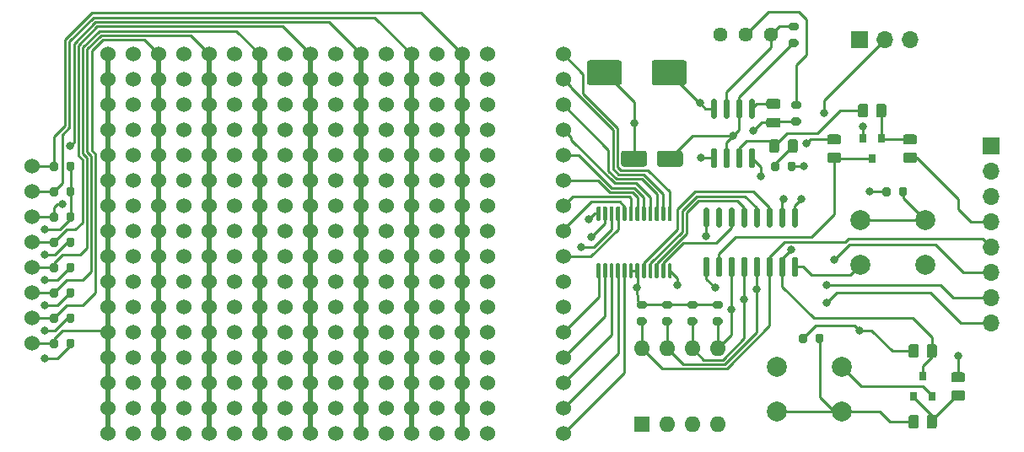
<source format=gbr>
%TF.GenerationSoftware,KiCad,Pcbnew,(5.1.10-1-10_14)*%
%TF.CreationDate,2021-11-01T23:58:36-04:00*%
%TF.ProjectId,DIODE-prototype-board,44494f44-452d-4707-926f-746f74797065,rev?*%
%TF.SameCoordinates,Original*%
%TF.FileFunction,Copper,L1,Top*%
%TF.FilePolarity,Positive*%
%FSLAX46Y46*%
G04 Gerber Fmt 4.6, Leading zero omitted, Abs format (unit mm)*
G04 Created by KiCad (PCBNEW (5.1.10-1-10_14)) date 2021-11-01 23:58:36*
%MOMM*%
%LPD*%
G01*
G04 APERTURE LIST*
%TA.AperFunction,SMDPad,CuDef*%
%ADD10R,0.800000X0.900000*%
%TD*%
%TA.AperFunction,ComponentPad*%
%ADD11O,1.700000X1.700000*%
%TD*%
%TA.AperFunction,ComponentPad*%
%ADD12R,1.700000X1.700000*%
%TD*%
%TA.AperFunction,ComponentPad*%
%ADD13C,1.440000*%
%TD*%
%TA.AperFunction,ComponentPad*%
%ADD14C,2.000000*%
%TD*%
%TA.AperFunction,ComponentPad*%
%ADD15O,1.600000X1.600000*%
%TD*%
%TA.AperFunction,ComponentPad*%
%ADD16R,1.600000X1.600000*%
%TD*%
%TA.AperFunction,ComponentPad*%
%ADD17C,1.524000*%
%TD*%
%TA.AperFunction,ViaPad*%
%ADD18C,0.800000*%
%TD*%
%TA.AperFunction,Conductor*%
%ADD19C,0.250000*%
%TD*%
%TA.AperFunction,Conductor*%
%ADD20C,0.500000*%
%TD*%
G04 APERTURE END LIST*
%TO.P,R23,2*%
%TO.N,LOAD*%
%TA.AperFunction,SMDPad,CuDef*%
G36*
G01*
X156610000Y-161486001D02*
X156610000Y-160585999D01*
G75*
G02*
X156859999Y-160336000I249999J0D01*
G01*
X157385001Y-160336000D01*
G75*
G02*
X157635000Y-160585999I0J-249999D01*
G01*
X157635000Y-161486001D01*
G75*
G02*
X157385001Y-161736000I-249999J0D01*
G01*
X156859999Y-161736000D01*
G75*
G02*
X156610000Y-161486001I0J249999D01*
G01*
G37*
%TD.AperFunction*%
%TO.P,R23,1*%
%TO.N,VCC*%
%TA.AperFunction,SMDPad,CuDef*%
G36*
G01*
X154785000Y-161486001D02*
X154785000Y-160585999D01*
G75*
G02*
X155034999Y-160336000I249999J0D01*
G01*
X155560001Y-160336000D01*
G75*
G02*
X155810000Y-160585999I0J-249999D01*
G01*
X155810000Y-161486001D01*
G75*
G02*
X155560001Y-161736000I-249999J0D01*
G01*
X155034999Y-161736000D01*
G75*
G02*
X154785000Y-161486001I0J249999D01*
G01*
G37*
%TD.AperFunction*%
%TD*%
%TO.P,R22,2*%
%TO.N,Net-(Q2-Pad1)*%
%TA.AperFunction,SMDPad,CuDef*%
G36*
G01*
X156610000Y-168598001D02*
X156610000Y-167697999D01*
G75*
G02*
X156859999Y-167448000I249999J0D01*
G01*
X157385001Y-167448000D01*
G75*
G02*
X157635000Y-167697999I0J-249999D01*
G01*
X157635000Y-168598001D01*
G75*
G02*
X157385001Y-168848000I-249999J0D01*
G01*
X156859999Y-168848000D01*
G75*
G02*
X156610000Y-168598001I0J249999D01*
G01*
G37*
%TD.AperFunction*%
%TO.P,R22,1*%
%TO.N,Net-(R12-Pad1)*%
%TA.AperFunction,SMDPad,CuDef*%
G36*
G01*
X154785000Y-168598001D02*
X154785000Y-167697999D01*
G75*
G02*
X155034999Y-167448000I249999J0D01*
G01*
X155560001Y-167448000D01*
G75*
G02*
X155810000Y-167697999I0J-249999D01*
G01*
X155810000Y-168598001D01*
G75*
G02*
X155560001Y-168848000I-249999J0D01*
G01*
X155034999Y-168848000D01*
G75*
G02*
X154785000Y-168598001I0J249999D01*
G01*
G37*
%TD.AperFunction*%
%TD*%
%TO.P,R21,2*%
%TO.N,Net-(Q2-Pad1)*%
%TA.AperFunction,SMDPad,CuDef*%
G36*
G01*
X159315999Y-164992000D02*
X160216001Y-164992000D01*
G75*
G02*
X160466000Y-165241999I0J-249999D01*
G01*
X160466000Y-165767001D01*
G75*
G02*
X160216001Y-166017000I-249999J0D01*
G01*
X159315999Y-166017000D01*
G75*
G02*
X159066000Y-165767001I0J249999D01*
G01*
X159066000Y-165241999D01*
G75*
G02*
X159315999Y-164992000I249999J0D01*
G01*
G37*
%TD.AperFunction*%
%TO.P,R21,1*%
%TO.N,EXT_LOAD*%
%TA.AperFunction,SMDPad,CuDef*%
G36*
G01*
X159315999Y-163167000D02*
X160216001Y-163167000D01*
G75*
G02*
X160466000Y-163416999I0J-249999D01*
G01*
X160466000Y-163942001D01*
G75*
G02*
X160216001Y-164192000I-249999J0D01*
G01*
X159315999Y-164192000D01*
G75*
G02*
X159066000Y-163942001I0J249999D01*
G01*
X159066000Y-163416999D01*
G75*
G02*
X159315999Y-163167000I249999J0D01*
G01*
G37*
%TD.AperFunction*%
%TD*%
%TO.P,R20,2*%
%TO.N,CLOCK*%
%TA.AperFunction,SMDPad,CuDef*%
G36*
G01*
X146869999Y-141116000D02*
X147770001Y-141116000D01*
G75*
G02*
X148020000Y-141365999I0J-249999D01*
G01*
X148020000Y-141891001D01*
G75*
G02*
X147770001Y-142141000I-249999J0D01*
G01*
X146869999Y-142141000D01*
G75*
G02*
X146620000Y-141891001I0J249999D01*
G01*
X146620000Y-141365999D01*
G75*
G02*
X146869999Y-141116000I249999J0D01*
G01*
G37*
%TD.AperFunction*%
%TO.P,R20,1*%
%TO.N,VCC*%
%TA.AperFunction,SMDPad,CuDef*%
G36*
G01*
X146869999Y-139291000D02*
X147770001Y-139291000D01*
G75*
G02*
X148020000Y-139540999I0J-249999D01*
G01*
X148020000Y-140066001D01*
G75*
G02*
X147770001Y-140316000I-249999J0D01*
G01*
X146869999Y-140316000D01*
G75*
G02*
X146620000Y-140066001I0J249999D01*
G01*
X146620000Y-139540999D01*
G75*
G02*
X146869999Y-139291000I249999J0D01*
G01*
G37*
%TD.AperFunction*%
%TD*%
%TO.P,R19,2*%
%TO.N,Net-(Q1-Pad1)*%
%TA.AperFunction,SMDPad,CuDef*%
G36*
G01*
X155390001Y-140316000D02*
X154489999Y-140316000D01*
G75*
G02*
X154240000Y-140066001I0J249999D01*
G01*
X154240000Y-139540999D01*
G75*
G02*
X154489999Y-139291000I249999J0D01*
G01*
X155390001Y-139291000D01*
G75*
G02*
X155640000Y-139540999I0J-249999D01*
G01*
X155640000Y-140066001D01*
G75*
G02*
X155390001Y-140316000I-249999J0D01*
G01*
G37*
%TD.AperFunction*%
%TO.P,R19,1*%
%TO.N,EXT_CLOCK*%
%TA.AperFunction,SMDPad,CuDef*%
G36*
G01*
X155390001Y-142141000D02*
X154489999Y-142141000D01*
G75*
G02*
X154240000Y-141891001I0J249999D01*
G01*
X154240000Y-141365999D01*
G75*
G02*
X154489999Y-141116000I249999J0D01*
G01*
X155390001Y-141116000D01*
G75*
G02*
X155640000Y-141365999I0J-249999D01*
G01*
X155640000Y-141891001D01*
G75*
G02*
X155390001Y-142141000I-249999J0D01*
G01*
G37*
%TD.AperFunction*%
%TD*%
%TO.P,R18,2*%
%TO.N,Net-(Q1-Pad1)*%
%TA.AperFunction,SMDPad,CuDef*%
G36*
G01*
X151530000Y-137356001D02*
X151530000Y-136455999D01*
G75*
G02*
X151779999Y-136206000I249999J0D01*
G01*
X152305001Y-136206000D01*
G75*
G02*
X152555000Y-136455999I0J-249999D01*
G01*
X152555000Y-137356001D01*
G75*
G02*
X152305001Y-137606000I-249999J0D01*
G01*
X151779999Y-137606000D01*
G75*
G02*
X151530000Y-137356001I0J249999D01*
G01*
G37*
%TD.AperFunction*%
%TO.P,R18,1*%
%TO.N,AUTO_CLOCK*%
%TA.AperFunction,SMDPad,CuDef*%
G36*
G01*
X149705000Y-137356001D02*
X149705000Y-136455999D01*
G75*
G02*
X149954999Y-136206000I249999J0D01*
G01*
X150480001Y-136206000D01*
G75*
G02*
X150730000Y-136455999I0J-249999D01*
G01*
X150730000Y-137356001D01*
G75*
G02*
X150480001Y-137606000I-249999J0D01*
G01*
X149954999Y-137606000D01*
G75*
G02*
X149705000Y-137356001I0J249999D01*
G01*
G37*
%TD.AperFunction*%
%TD*%
D10*
%TO.P,Q2,3*%
%TO.N,LOAD*%
X156210000Y-163592000D03*
%TO.P,Q2,2*%
%TO.N,GND*%
X157160000Y-165592000D03*
%TO.P,Q2,1*%
%TO.N,Net-(Q2-Pad1)*%
X155260000Y-165592000D03*
%TD*%
%TO.P,Q1,3*%
%TO.N,CLOCK*%
X151130000Y-141716000D03*
%TO.P,Q1,2*%
%TO.N,GND*%
X150180000Y-139716000D03*
%TO.P,Q1,1*%
%TO.N,Net-(Q1-Pad1)*%
X152080000Y-139716000D03*
%TD*%
D11*
%TO.P,J1,8*%
%TO.N,Net-(J1-Pad8)*%
X163068000Y-158242000D03*
%TO.P,J1,7*%
%TO.N,Net-(J1-Pad7)*%
X163068000Y-155702000D03*
%TO.P,J1,6*%
%TO.N,Net-(J1-Pad6)*%
X163068000Y-153162000D03*
%TO.P,J1,5*%
%TO.N,Net-(J1-Pad5)*%
X163068000Y-150622000D03*
%TO.P,J1,4*%
%TO.N,EXT_CLOCK*%
X163068000Y-148082000D03*
%TO.P,J1,3*%
%TO.N,EXT_LOAD*%
X163068000Y-145542000D03*
%TO.P,J1,2*%
%TO.N,GND*%
X163068000Y-143002000D03*
D12*
%TO.P,J1,1*%
%TO.N,VCC*%
X163068000Y-140462000D03*
%TD*%
%TO.P,R17,2*%
%TO.N,GND*%
%TA.AperFunction,SMDPad,CuDef*%
G36*
G01*
X142665000Y-142769000D02*
X142665000Y-142219000D01*
G75*
G02*
X142865000Y-142019000I200000J0D01*
G01*
X143265000Y-142019000D01*
G75*
G02*
X143465000Y-142219000I0J-200000D01*
G01*
X143465000Y-142769000D01*
G75*
G02*
X143265000Y-142969000I-200000J0D01*
G01*
X142865000Y-142969000D01*
G75*
G02*
X142665000Y-142769000I0J200000D01*
G01*
G37*
%TD.AperFunction*%
%TO.P,R17,1*%
%TO.N,Net-(D1-Pad1)*%
%TA.AperFunction,SMDPad,CuDef*%
G36*
G01*
X141015000Y-142769000D02*
X141015000Y-142219000D01*
G75*
G02*
X141215000Y-142019000I200000J0D01*
G01*
X141615000Y-142019000D01*
G75*
G02*
X141815000Y-142219000I0J-200000D01*
G01*
X141815000Y-142769000D01*
G75*
G02*
X141615000Y-142969000I-200000J0D01*
G01*
X141215000Y-142969000D01*
G75*
G02*
X141015000Y-142769000I0J200000D01*
G01*
G37*
%TD.AperFunction*%
%TD*%
%TO.P,D1,2*%
%TO.N,AUTO_CLOCK*%
%TA.AperFunction,SMDPad,CuDef*%
G36*
G01*
X141790000Y-140005750D02*
X141790000Y-140918250D01*
G75*
G02*
X141546250Y-141162000I-243750J0D01*
G01*
X141058750Y-141162000D01*
G75*
G02*
X140815000Y-140918250I0J243750D01*
G01*
X140815000Y-140005750D01*
G75*
G02*
X141058750Y-139762000I243750J0D01*
G01*
X141546250Y-139762000D01*
G75*
G02*
X141790000Y-140005750I0J-243750D01*
G01*
G37*
%TD.AperFunction*%
%TO.P,D1,1*%
%TO.N,Net-(D1-Pad1)*%
%TA.AperFunction,SMDPad,CuDef*%
G36*
G01*
X143665000Y-140005750D02*
X143665000Y-140918250D01*
G75*
G02*
X143421250Y-141162000I-243750J0D01*
G01*
X142933750Y-141162000D01*
G75*
G02*
X142690000Y-140918250I0J243750D01*
G01*
X142690000Y-140005750D01*
G75*
G02*
X142933750Y-139762000I243750J0D01*
G01*
X143421250Y-139762000D01*
G75*
G02*
X143665000Y-140005750I0J-243750D01*
G01*
G37*
%TD.AperFunction*%
%TD*%
%TO.P,U4,16*%
%TO.N,VCC*%
%TA.AperFunction,SMDPad,CuDef*%
G36*
G01*
X134643000Y-148614000D02*
X134343000Y-148614000D01*
G75*
G02*
X134193000Y-148464000I0J150000D01*
G01*
X134193000Y-146814000D01*
G75*
G02*
X134343000Y-146664000I150000J0D01*
G01*
X134643000Y-146664000D01*
G75*
G02*
X134793000Y-146814000I0J-150000D01*
G01*
X134793000Y-148464000D01*
G75*
G02*
X134643000Y-148614000I-150000J0D01*
G01*
G37*
%TD.AperFunction*%
%TO.P,U4,15*%
%TO.N,Net-(U4-Pad15)*%
%TA.AperFunction,SMDPad,CuDef*%
G36*
G01*
X135913000Y-148614000D02*
X135613000Y-148614000D01*
G75*
G02*
X135463000Y-148464000I0J150000D01*
G01*
X135463000Y-146814000D01*
G75*
G02*
X135613000Y-146664000I150000J0D01*
G01*
X135913000Y-146664000D01*
G75*
G02*
X136063000Y-146814000I0J-150000D01*
G01*
X136063000Y-148464000D01*
G75*
G02*
X135913000Y-148614000I-150000J0D01*
G01*
G37*
%TD.AperFunction*%
%TO.P,U4,14*%
%TO.N,Net-(U3-Pad23)*%
%TA.AperFunction,SMDPad,CuDef*%
G36*
G01*
X137183000Y-148614000D02*
X136883000Y-148614000D01*
G75*
G02*
X136733000Y-148464000I0J150000D01*
G01*
X136733000Y-146814000D01*
G75*
G02*
X136883000Y-146664000I150000J0D01*
G01*
X137183000Y-146664000D01*
G75*
G02*
X137333000Y-146814000I0J-150000D01*
G01*
X137333000Y-148464000D01*
G75*
G02*
X137183000Y-148614000I-150000J0D01*
G01*
G37*
%TD.AperFunction*%
%TO.P,U4,13*%
%TO.N,Net-(U3-Pad22)*%
%TA.AperFunction,SMDPad,CuDef*%
G36*
G01*
X138453000Y-148614000D02*
X138153000Y-148614000D01*
G75*
G02*
X138003000Y-148464000I0J150000D01*
G01*
X138003000Y-146814000D01*
G75*
G02*
X138153000Y-146664000I150000J0D01*
G01*
X138453000Y-146664000D01*
G75*
G02*
X138603000Y-146814000I0J-150000D01*
G01*
X138603000Y-148464000D01*
G75*
G02*
X138453000Y-148614000I-150000J0D01*
G01*
G37*
%TD.AperFunction*%
%TO.P,U4,12*%
%TO.N,Net-(U3-Pad21)*%
%TA.AperFunction,SMDPad,CuDef*%
G36*
G01*
X139723000Y-148614000D02*
X139423000Y-148614000D01*
G75*
G02*
X139273000Y-148464000I0J150000D01*
G01*
X139273000Y-146814000D01*
G75*
G02*
X139423000Y-146664000I150000J0D01*
G01*
X139723000Y-146664000D01*
G75*
G02*
X139873000Y-146814000I0J-150000D01*
G01*
X139873000Y-148464000D01*
G75*
G02*
X139723000Y-148614000I-150000J0D01*
G01*
G37*
%TD.AperFunction*%
%TO.P,U4,11*%
%TO.N,Net-(U3-Pad20)*%
%TA.AperFunction,SMDPad,CuDef*%
G36*
G01*
X140993000Y-148614000D02*
X140693000Y-148614000D01*
G75*
G02*
X140543000Y-148464000I0J150000D01*
G01*
X140543000Y-146814000D01*
G75*
G02*
X140693000Y-146664000I150000J0D01*
G01*
X140993000Y-146664000D01*
G75*
G02*
X141143000Y-146814000I0J-150000D01*
G01*
X141143000Y-148464000D01*
G75*
G02*
X140993000Y-148614000I-150000J0D01*
G01*
G37*
%TD.AperFunction*%
%TO.P,U4,10*%
%TO.N,VCC*%
%TA.AperFunction,SMDPad,CuDef*%
G36*
G01*
X142263000Y-148614000D02*
X141963000Y-148614000D01*
G75*
G02*
X141813000Y-148464000I0J150000D01*
G01*
X141813000Y-146814000D01*
G75*
G02*
X141963000Y-146664000I150000J0D01*
G01*
X142263000Y-146664000D01*
G75*
G02*
X142413000Y-146814000I0J-150000D01*
G01*
X142413000Y-148464000D01*
G75*
G02*
X142263000Y-148614000I-150000J0D01*
G01*
G37*
%TD.AperFunction*%
%TO.P,U4,9*%
%TO.N,LOAD*%
%TA.AperFunction,SMDPad,CuDef*%
G36*
G01*
X143533000Y-148614000D02*
X143233000Y-148614000D01*
G75*
G02*
X143083000Y-148464000I0J150000D01*
G01*
X143083000Y-146814000D01*
G75*
G02*
X143233000Y-146664000I150000J0D01*
G01*
X143533000Y-146664000D01*
G75*
G02*
X143683000Y-146814000I0J-150000D01*
G01*
X143683000Y-148464000D01*
G75*
G02*
X143533000Y-148614000I-150000J0D01*
G01*
G37*
%TD.AperFunction*%
%TO.P,U4,8*%
%TO.N,GND*%
%TA.AperFunction,SMDPad,CuDef*%
G36*
G01*
X143533000Y-153564000D02*
X143233000Y-153564000D01*
G75*
G02*
X143083000Y-153414000I0J150000D01*
G01*
X143083000Y-151764000D01*
G75*
G02*
X143233000Y-151614000I150000J0D01*
G01*
X143533000Y-151614000D01*
G75*
G02*
X143683000Y-151764000I0J-150000D01*
G01*
X143683000Y-153414000D01*
G75*
G02*
X143533000Y-153564000I-150000J0D01*
G01*
G37*
%TD.AperFunction*%
%TO.P,U4,7*%
%TO.N,LOAD*%
%TA.AperFunction,SMDPad,CuDef*%
G36*
G01*
X142263000Y-153564000D02*
X141963000Y-153564000D01*
G75*
G02*
X141813000Y-153414000I0J150000D01*
G01*
X141813000Y-151764000D01*
G75*
G02*
X141963000Y-151614000I150000J0D01*
G01*
X142263000Y-151614000D01*
G75*
G02*
X142413000Y-151764000I0J-150000D01*
G01*
X142413000Y-153414000D01*
G75*
G02*
X142263000Y-153564000I-150000J0D01*
G01*
G37*
%TD.AperFunction*%
%TO.P,U4,6*%
%TO.N,Net-(J1-Pad5)*%
%TA.AperFunction,SMDPad,CuDef*%
G36*
G01*
X140993000Y-153564000D02*
X140693000Y-153564000D01*
G75*
G02*
X140543000Y-153414000I0J150000D01*
G01*
X140543000Y-151764000D01*
G75*
G02*
X140693000Y-151614000I150000J0D01*
G01*
X140993000Y-151614000D01*
G75*
G02*
X141143000Y-151764000I0J-150000D01*
G01*
X141143000Y-153414000D01*
G75*
G02*
X140993000Y-153564000I-150000J0D01*
G01*
G37*
%TD.AperFunction*%
%TO.P,U4,5*%
%TO.N,Net-(J1-Pad6)*%
%TA.AperFunction,SMDPad,CuDef*%
G36*
G01*
X139723000Y-153564000D02*
X139423000Y-153564000D01*
G75*
G02*
X139273000Y-153414000I0J150000D01*
G01*
X139273000Y-151764000D01*
G75*
G02*
X139423000Y-151614000I150000J0D01*
G01*
X139723000Y-151614000D01*
G75*
G02*
X139873000Y-151764000I0J-150000D01*
G01*
X139873000Y-153414000D01*
G75*
G02*
X139723000Y-153564000I-150000J0D01*
G01*
G37*
%TD.AperFunction*%
%TO.P,U4,4*%
%TO.N,Net-(J1-Pad7)*%
%TA.AperFunction,SMDPad,CuDef*%
G36*
G01*
X138453000Y-153564000D02*
X138153000Y-153564000D01*
G75*
G02*
X138003000Y-153414000I0J150000D01*
G01*
X138003000Y-151764000D01*
G75*
G02*
X138153000Y-151614000I150000J0D01*
G01*
X138453000Y-151614000D01*
G75*
G02*
X138603000Y-151764000I0J-150000D01*
G01*
X138603000Y-153414000D01*
G75*
G02*
X138453000Y-153564000I-150000J0D01*
G01*
G37*
%TD.AperFunction*%
%TO.P,U4,3*%
%TO.N,Net-(J1-Pad8)*%
%TA.AperFunction,SMDPad,CuDef*%
G36*
G01*
X137183000Y-153564000D02*
X136883000Y-153564000D01*
G75*
G02*
X136733000Y-153414000I0J150000D01*
G01*
X136733000Y-151764000D01*
G75*
G02*
X136883000Y-151614000I150000J0D01*
G01*
X137183000Y-151614000D01*
G75*
G02*
X137333000Y-151764000I0J-150000D01*
G01*
X137333000Y-153414000D01*
G75*
G02*
X137183000Y-153564000I-150000J0D01*
G01*
G37*
%TD.AperFunction*%
%TO.P,U4,2*%
%TO.N,CLOCK*%
%TA.AperFunction,SMDPad,CuDef*%
G36*
G01*
X135913000Y-153564000D02*
X135613000Y-153564000D01*
G75*
G02*
X135463000Y-153414000I0J150000D01*
G01*
X135463000Y-151764000D01*
G75*
G02*
X135613000Y-151614000I150000J0D01*
G01*
X135913000Y-151614000D01*
G75*
G02*
X136063000Y-151764000I0J-150000D01*
G01*
X136063000Y-153414000D01*
G75*
G02*
X135913000Y-153564000I-150000J0D01*
G01*
G37*
%TD.AperFunction*%
%TO.P,U4,1*%
%TO.N,Net-(R11-Pad1)*%
%TA.AperFunction,SMDPad,CuDef*%
G36*
G01*
X134643000Y-153564000D02*
X134343000Y-153564000D01*
G75*
G02*
X134193000Y-153414000I0J150000D01*
G01*
X134193000Y-151764000D01*
G75*
G02*
X134343000Y-151614000I150000J0D01*
G01*
X134643000Y-151614000D01*
G75*
G02*
X134793000Y-151764000I0J-150000D01*
G01*
X134793000Y-153414000D01*
G75*
G02*
X134643000Y-153564000I-150000J0D01*
G01*
G37*
%TD.AperFunction*%
%TD*%
%TO.P,C3,2*%
%TO.N,GND*%
%TA.AperFunction,SMDPad,CuDef*%
G36*
G01*
X126008000Y-132096000D02*
X126008000Y-134096000D01*
G75*
G02*
X125758000Y-134346000I-250000J0D01*
G01*
X122758000Y-134346000D01*
G75*
G02*
X122508000Y-134096000I0J250000D01*
G01*
X122508000Y-132096000D01*
G75*
G02*
X122758000Y-131846000I250000J0D01*
G01*
X125758000Y-131846000D01*
G75*
G02*
X126008000Y-132096000I0J-250000D01*
G01*
G37*
%TD.AperFunction*%
%TO.P,C3,1*%
%TO.N,VCC*%
%TA.AperFunction,SMDPad,CuDef*%
G36*
G01*
X132508000Y-132096000D02*
X132508000Y-134096000D01*
G75*
G02*
X132258000Y-134346000I-250000J0D01*
G01*
X129258000Y-134346000D01*
G75*
G02*
X129008000Y-134096000I0J250000D01*
G01*
X129008000Y-132096000D01*
G75*
G02*
X129258000Y-131846000I250000J0D01*
G01*
X132258000Y-131846000D01*
G75*
G02*
X132508000Y-132096000I0J-250000D01*
G01*
G37*
%TD.AperFunction*%
%TD*%
%TO.P,C1,2*%
%TO.N,VCC*%
%TA.AperFunction,SMDPad,CuDef*%
G36*
G01*
X140749000Y-137610000D02*
X141699000Y-137610000D01*
G75*
G02*
X141949000Y-137860000I0J-250000D01*
G01*
X141949000Y-138360000D01*
G75*
G02*
X141699000Y-138610000I-250000J0D01*
G01*
X140749000Y-138610000D01*
G75*
G02*
X140499000Y-138360000I0J250000D01*
G01*
X140499000Y-137860000D01*
G75*
G02*
X140749000Y-137610000I250000J0D01*
G01*
G37*
%TD.AperFunction*%
%TO.P,C1,1*%
%TO.N,Net-(C1-Pad1)*%
%TA.AperFunction,SMDPad,CuDef*%
G36*
G01*
X140749000Y-135710000D02*
X141699000Y-135710000D01*
G75*
G02*
X141949000Y-135960000I0J-250000D01*
G01*
X141949000Y-136460000D01*
G75*
G02*
X141699000Y-136710000I-250000J0D01*
G01*
X140749000Y-136710000D01*
G75*
G02*
X140499000Y-136460000I0J250000D01*
G01*
X140499000Y-135960000D01*
G75*
G02*
X140749000Y-135710000I250000J0D01*
G01*
G37*
%TD.AperFunction*%
%TD*%
%TO.P,C2,2*%
%TO.N,GND*%
%TA.AperFunction,SMDPad,CuDef*%
G36*
G01*
X128532000Y-141182000D02*
X128532000Y-142282000D01*
G75*
G02*
X128282000Y-142532000I-250000J0D01*
G01*
X126182000Y-142532000D01*
G75*
G02*
X125932000Y-142282000I0J250000D01*
G01*
X125932000Y-141182000D01*
G75*
G02*
X126182000Y-140932000I250000J0D01*
G01*
X128282000Y-140932000D01*
G75*
G02*
X128532000Y-141182000I0J-250000D01*
G01*
G37*
%TD.AperFunction*%
%TO.P,C2,1*%
%TO.N,Net-(C2-Pad1)*%
%TA.AperFunction,SMDPad,CuDef*%
G36*
G01*
X132132000Y-141182000D02*
X132132000Y-142282000D01*
G75*
G02*
X131882000Y-142532000I-250000J0D01*
G01*
X129782000Y-142532000D01*
G75*
G02*
X129532000Y-142282000I0J250000D01*
G01*
X129532000Y-141182000D01*
G75*
G02*
X129782000Y-140932000I250000J0D01*
G01*
X131882000Y-140932000D01*
G75*
G02*
X132132000Y-141182000I0J-250000D01*
G01*
G37*
%TD.AperFunction*%
%TD*%
D13*
%TO.P,RV2,3*%
%TO.N,Net-(RV2-Pad3)*%
X135890000Y-129286000D03*
%TO.P,RV2,2*%
%TO.N,Net-(R10-Pad1)*%
X138430000Y-129286000D03*
%TO.P,RV2,1*%
%TO.N,Net-(R5-Pad1)*%
X140970000Y-129286000D03*
%TD*%
D14*
%TO.P,SW4,1*%
%TO.N,Net-(R12-Pad1)*%
X141582000Y-167132000D03*
%TO.P,SW4,2*%
%TO.N,GND*%
X141582000Y-162632000D03*
%TO.P,SW4,1*%
%TO.N,Net-(R12-Pad1)*%
X148082000Y-167132000D03*
%TO.P,SW4,2*%
%TO.N,GND*%
X148082000Y-162632000D03*
%TD*%
%TO.P,SW2,1*%
%TO.N,Net-(R11-Pad1)*%
X156464000Y-147900000D03*
%TO.P,SW2,2*%
%TO.N,GND*%
X156464000Y-152400000D03*
%TO.P,SW2,1*%
%TO.N,Net-(R11-Pad1)*%
X149964000Y-147900000D03*
%TO.P,SW2,2*%
%TO.N,GND*%
X149964000Y-152400000D03*
%TD*%
%TO.P,U3,24*%
%TO.N,VCC*%
%TA.AperFunction,SMDPad,CuDef*%
G36*
G01*
X130729000Y-152239000D02*
X130929000Y-152239000D01*
G75*
G02*
X131029000Y-152339000I0J-100000D01*
G01*
X131029000Y-153614000D01*
G75*
G02*
X130929000Y-153714000I-100000J0D01*
G01*
X130729000Y-153714000D01*
G75*
G02*
X130629000Y-153614000I0J100000D01*
G01*
X130629000Y-152339000D01*
G75*
G02*
X130729000Y-152239000I100000J0D01*
G01*
G37*
%TD.AperFunction*%
%TO.P,U3,23*%
%TO.N,Net-(U3-Pad23)*%
%TA.AperFunction,SMDPad,CuDef*%
G36*
G01*
X130079000Y-152239000D02*
X130279000Y-152239000D01*
G75*
G02*
X130379000Y-152339000I0J-100000D01*
G01*
X130379000Y-153614000D01*
G75*
G02*
X130279000Y-153714000I-100000J0D01*
G01*
X130079000Y-153714000D01*
G75*
G02*
X129979000Y-153614000I0J100000D01*
G01*
X129979000Y-152339000D01*
G75*
G02*
X130079000Y-152239000I100000J0D01*
G01*
G37*
%TD.AperFunction*%
%TO.P,U3,22*%
%TO.N,Net-(U3-Pad22)*%
%TA.AperFunction,SMDPad,CuDef*%
G36*
G01*
X129429000Y-152239000D02*
X129629000Y-152239000D01*
G75*
G02*
X129729000Y-152339000I0J-100000D01*
G01*
X129729000Y-153614000D01*
G75*
G02*
X129629000Y-153714000I-100000J0D01*
G01*
X129429000Y-153714000D01*
G75*
G02*
X129329000Y-153614000I0J100000D01*
G01*
X129329000Y-152339000D01*
G75*
G02*
X129429000Y-152239000I100000J0D01*
G01*
G37*
%TD.AperFunction*%
%TO.P,U3,21*%
%TO.N,Net-(U3-Pad21)*%
%TA.AperFunction,SMDPad,CuDef*%
G36*
G01*
X128779000Y-152239000D02*
X128979000Y-152239000D01*
G75*
G02*
X129079000Y-152339000I0J-100000D01*
G01*
X129079000Y-153614000D01*
G75*
G02*
X128979000Y-153714000I-100000J0D01*
G01*
X128779000Y-153714000D01*
G75*
G02*
X128679000Y-153614000I0J100000D01*
G01*
X128679000Y-152339000D01*
G75*
G02*
X128779000Y-152239000I100000J0D01*
G01*
G37*
%TD.AperFunction*%
%TO.P,U3,20*%
%TO.N,Net-(U3-Pad20)*%
%TA.AperFunction,SMDPad,CuDef*%
G36*
G01*
X128129000Y-152239000D02*
X128329000Y-152239000D01*
G75*
G02*
X128429000Y-152339000I0J-100000D01*
G01*
X128429000Y-153614000D01*
G75*
G02*
X128329000Y-153714000I-100000J0D01*
G01*
X128129000Y-153714000D01*
G75*
G02*
X128029000Y-153614000I0J100000D01*
G01*
X128029000Y-152339000D01*
G75*
G02*
X128129000Y-152239000I100000J0D01*
G01*
G37*
%TD.AperFunction*%
%TO.P,U3,19*%
%TO.N,GND*%
%TA.AperFunction,SMDPad,CuDef*%
G36*
G01*
X127479000Y-152239000D02*
X127679000Y-152239000D01*
G75*
G02*
X127779000Y-152339000I0J-100000D01*
G01*
X127779000Y-153614000D01*
G75*
G02*
X127679000Y-153714000I-100000J0D01*
G01*
X127479000Y-153714000D01*
G75*
G02*
X127379000Y-153614000I0J100000D01*
G01*
X127379000Y-152339000D01*
G75*
G02*
X127479000Y-152239000I100000J0D01*
G01*
G37*
%TD.AperFunction*%
%TO.P,U3,18*%
%TA.AperFunction,SMDPad,CuDef*%
G36*
G01*
X126829000Y-152239000D02*
X127029000Y-152239000D01*
G75*
G02*
X127129000Y-152339000I0J-100000D01*
G01*
X127129000Y-153614000D01*
G75*
G02*
X127029000Y-153714000I-100000J0D01*
G01*
X126829000Y-153714000D01*
G75*
G02*
X126729000Y-153614000I0J100000D01*
G01*
X126729000Y-152339000D01*
G75*
G02*
X126829000Y-152239000I100000J0D01*
G01*
G37*
%TD.AperFunction*%
%TO.P,U3,17*%
%TO.N,Net-(U1-Pad24)*%
%TA.AperFunction,SMDPad,CuDef*%
G36*
G01*
X126179000Y-152239000D02*
X126379000Y-152239000D01*
G75*
G02*
X126479000Y-152339000I0J-100000D01*
G01*
X126479000Y-153614000D01*
G75*
G02*
X126379000Y-153714000I-100000J0D01*
G01*
X126179000Y-153714000D01*
G75*
G02*
X126079000Y-153614000I0J100000D01*
G01*
X126079000Y-152339000D01*
G75*
G02*
X126179000Y-152239000I100000J0D01*
G01*
G37*
%TD.AperFunction*%
%TO.P,U3,16*%
%TO.N,Net-(U1-Pad23)*%
%TA.AperFunction,SMDPad,CuDef*%
G36*
G01*
X125529000Y-152239000D02*
X125729000Y-152239000D01*
G75*
G02*
X125829000Y-152339000I0J-100000D01*
G01*
X125829000Y-153614000D01*
G75*
G02*
X125729000Y-153714000I-100000J0D01*
G01*
X125529000Y-153714000D01*
G75*
G02*
X125429000Y-153614000I0J100000D01*
G01*
X125429000Y-152339000D01*
G75*
G02*
X125529000Y-152239000I100000J0D01*
G01*
G37*
%TD.AperFunction*%
%TO.P,U3,15*%
%TO.N,Net-(U1-Pad22)*%
%TA.AperFunction,SMDPad,CuDef*%
G36*
G01*
X124879000Y-152239000D02*
X125079000Y-152239000D01*
G75*
G02*
X125179000Y-152339000I0J-100000D01*
G01*
X125179000Y-153614000D01*
G75*
G02*
X125079000Y-153714000I-100000J0D01*
G01*
X124879000Y-153714000D01*
G75*
G02*
X124779000Y-153614000I0J100000D01*
G01*
X124779000Y-152339000D01*
G75*
G02*
X124879000Y-152239000I100000J0D01*
G01*
G37*
%TD.AperFunction*%
%TO.P,U3,14*%
%TO.N,Net-(U1-Pad21)*%
%TA.AperFunction,SMDPad,CuDef*%
G36*
G01*
X124229000Y-152239000D02*
X124429000Y-152239000D01*
G75*
G02*
X124529000Y-152339000I0J-100000D01*
G01*
X124529000Y-153614000D01*
G75*
G02*
X124429000Y-153714000I-100000J0D01*
G01*
X124229000Y-153714000D01*
G75*
G02*
X124129000Y-153614000I0J100000D01*
G01*
X124129000Y-152339000D01*
G75*
G02*
X124229000Y-152239000I100000J0D01*
G01*
G37*
%TD.AperFunction*%
%TO.P,U3,13*%
%TO.N,Net-(U1-Pad20)*%
%TA.AperFunction,SMDPad,CuDef*%
G36*
G01*
X123579000Y-152239000D02*
X123779000Y-152239000D01*
G75*
G02*
X123879000Y-152339000I0J-100000D01*
G01*
X123879000Y-153614000D01*
G75*
G02*
X123779000Y-153714000I-100000J0D01*
G01*
X123579000Y-153714000D01*
G75*
G02*
X123479000Y-153614000I0J100000D01*
G01*
X123479000Y-152339000D01*
G75*
G02*
X123579000Y-152239000I100000J0D01*
G01*
G37*
%TD.AperFunction*%
%TO.P,U3,12*%
%TO.N,GND*%
%TA.AperFunction,SMDPad,CuDef*%
G36*
G01*
X123579000Y-146514000D02*
X123779000Y-146514000D01*
G75*
G02*
X123879000Y-146614000I0J-100000D01*
G01*
X123879000Y-147889000D01*
G75*
G02*
X123779000Y-147989000I-100000J0D01*
G01*
X123579000Y-147989000D01*
G75*
G02*
X123479000Y-147889000I0J100000D01*
G01*
X123479000Y-146614000D01*
G75*
G02*
X123579000Y-146514000I100000J0D01*
G01*
G37*
%TD.AperFunction*%
%TO.P,U3,11*%
%TO.N,Net-(U1-Pad19)*%
%TA.AperFunction,SMDPad,CuDef*%
G36*
G01*
X124229000Y-146514000D02*
X124429000Y-146514000D01*
G75*
G02*
X124529000Y-146614000I0J-100000D01*
G01*
X124529000Y-147889000D01*
G75*
G02*
X124429000Y-147989000I-100000J0D01*
G01*
X124229000Y-147989000D01*
G75*
G02*
X124129000Y-147889000I0J100000D01*
G01*
X124129000Y-146614000D01*
G75*
G02*
X124229000Y-146514000I100000J0D01*
G01*
G37*
%TD.AperFunction*%
%TO.P,U3,10*%
%TO.N,Net-(U1-Pad18)*%
%TA.AperFunction,SMDPad,CuDef*%
G36*
G01*
X124879000Y-146514000D02*
X125079000Y-146514000D01*
G75*
G02*
X125179000Y-146614000I0J-100000D01*
G01*
X125179000Y-147889000D01*
G75*
G02*
X125079000Y-147989000I-100000J0D01*
G01*
X124879000Y-147989000D01*
G75*
G02*
X124779000Y-147889000I0J100000D01*
G01*
X124779000Y-146614000D01*
G75*
G02*
X124879000Y-146514000I100000J0D01*
G01*
G37*
%TD.AperFunction*%
%TO.P,U3,9*%
%TO.N,Net-(U1-Pad17)*%
%TA.AperFunction,SMDPad,CuDef*%
G36*
G01*
X125529000Y-146514000D02*
X125729000Y-146514000D01*
G75*
G02*
X125829000Y-146614000I0J-100000D01*
G01*
X125829000Y-147889000D01*
G75*
G02*
X125729000Y-147989000I-100000J0D01*
G01*
X125529000Y-147989000D01*
G75*
G02*
X125429000Y-147889000I0J100000D01*
G01*
X125429000Y-146614000D01*
G75*
G02*
X125529000Y-146514000I100000J0D01*
G01*
G37*
%TD.AperFunction*%
%TO.P,U3,8*%
%TO.N,Net-(U1-Pad16)*%
%TA.AperFunction,SMDPad,CuDef*%
G36*
G01*
X126179000Y-146514000D02*
X126379000Y-146514000D01*
G75*
G02*
X126479000Y-146614000I0J-100000D01*
G01*
X126479000Y-147889000D01*
G75*
G02*
X126379000Y-147989000I-100000J0D01*
G01*
X126179000Y-147989000D01*
G75*
G02*
X126079000Y-147889000I0J100000D01*
G01*
X126079000Y-146614000D01*
G75*
G02*
X126179000Y-146514000I100000J0D01*
G01*
G37*
%TD.AperFunction*%
%TO.P,U3,7*%
%TO.N,Net-(U1-Pad15)*%
%TA.AperFunction,SMDPad,CuDef*%
G36*
G01*
X126829000Y-146514000D02*
X127029000Y-146514000D01*
G75*
G02*
X127129000Y-146614000I0J-100000D01*
G01*
X127129000Y-147889000D01*
G75*
G02*
X127029000Y-147989000I-100000J0D01*
G01*
X126829000Y-147989000D01*
G75*
G02*
X126729000Y-147889000I0J100000D01*
G01*
X126729000Y-146614000D01*
G75*
G02*
X126829000Y-146514000I100000J0D01*
G01*
G37*
%TD.AperFunction*%
%TO.P,U3,6*%
%TO.N,Net-(U1-Pad14)*%
%TA.AperFunction,SMDPad,CuDef*%
G36*
G01*
X127479000Y-146514000D02*
X127679000Y-146514000D01*
G75*
G02*
X127779000Y-146614000I0J-100000D01*
G01*
X127779000Y-147889000D01*
G75*
G02*
X127679000Y-147989000I-100000J0D01*
G01*
X127479000Y-147989000D01*
G75*
G02*
X127379000Y-147889000I0J100000D01*
G01*
X127379000Y-146614000D01*
G75*
G02*
X127479000Y-146514000I100000J0D01*
G01*
G37*
%TD.AperFunction*%
%TO.P,U3,5*%
%TO.N,Net-(U1-Pad13)*%
%TA.AperFunction,SMDPad,CuDef*%
G36*
G01*
X128129000Y-146514000D02*
X128329000Y-146514000D01*
G75*
G02*
X128429000Y-146614000I0J-100000D01*
G01*
X128429000Y-147889000D01*
G75*
G02*
X128329000Y-147989000I-100000J0D01*
G01*
X128129000Y-147989000D01*
G75*
G02*
X128029000Y-147889000I0J100000D01*
G01*
X128029000Y-146614000D01*
G75*
G02*
X128129000Y-146514000I100000J0D01*
G01*
G37*
%TD.AperFunction*%
%TO.P,U3,4*%
%TO.N,Net-(U1-Pad12)*%
%TA.AperFunction,SMDPad,CuDef*%
G36*
G01*
X128779000Y-146514000D02*
X128979000Y-146514000D01*
G75*
G02*
X129079000Y-146614000I0J-100000D01*
G01*
X129079000Y-147889000D01*
G75*
G02*
X128979000Y-147989000I-100000J0D01*
G01*
X128779000Y-147989000D01*
G75*
G02*
X128679000Y-147889000I0J100000D01*
G01*
X128679000Y-146614000D01*
G75*
G02*
X128779000Y-146514000I100000J0D01*
G01*
G37*
%TD.AperFunction*%
%TO.P,U3,3*%
%TO.N,Net-(U1-Pad11)*%
%TA.AperFunction,SMDPad,CuDef*%
G36*
G01*
X129429000Y-146514000D02*
X129629000Y-146514000D01*
G75*
G02*
X129729000Y-146614000I0J-100000D01*
G01*
X129729000Y-147889000D01*
G75*
G02*
X129629000Y-147989000I-100000J0D01*
G01*
X129429000Y-147989000D01*
G75*
G02*
X129329000Y-147889000I0J100000D01*
G01*
X129329000Y-146614000D01*
G75*
G02*
X129429000Y-146514000I100000J0D01*
G01*
G37*
%TD.AperFunction*%
%TO.P,U3,2*%
%TO.N,Net-(U1-Pad10)*%
%TA.AperFunction,SMDPad,CuDef*%
G36*
G01*
X130079000Y-146514000D02*
X130279000Y-146514000D01*
G75*
G02*
X130379000Y-146614000I0J-100000D01*
G01*
X130379000Y-147889000D01*
G75*
G02*
X130279000Y-147989000I-100000J0D01*
G01*
X130079000Y-147989000D01*
G75*
G02*
X129979000Y-147889000I0J100000D01*
G01*
X129979000Y-146614000D01*
G75*
G02*
X130079000Y-146514000I100000J0D01*
G01*
G37*
%TD.AperFunction*%
%TO.P,U3,1*%
%TO.N,Net-(U1-Pad9)*%
%TA.AperFunction,SMDPad,CuDef*%
G36*
G01*
X130729000Y-146514000D02*
X130929000Y-146514000D01*
G75*
G02*
X131029000Y-146614000I0J-100000D01*
G01*
X131029000Y-147889000D01*
G75*
G02*
X130929000Y-147989000I-100000J0D01*
G01*
X130729000Y-147989000D01*
G75*
G02*
X130629000Y-147889000I0J100000D01*
G01*
X130629000Y-146614000D01*
G75*
G02*
X130729000Y-146514000I100000J0D01*
G01*
G37*
%TD.AperFunction*%
%TD*%
%TO.P,U2,8*%
%TO.N,VCC*%
%TA.AperFunction,SMDPad,CuDef*%
G36*
G01*
X135405000Y-137692000D02*
X135105000Y-137692000D01*
G75*
G02*
X134955000Y-137542000I0J150000D01*
G01*
X134955000Y-135892000D01*
G75*
G02*
X135105000Y-135742000I150000J0D01*
G01*
X135405000Y-135742000D01*
G75*
G02*
X135555000Y-135892000I0J-150000D01*
G01*
X135555000Y-137542000D01*
G75*
G02*
X135405000Y-137692000I-150000J0D01*
G01*
G37*
%TD.AperFunction*%
%TO.P,U2,7*%
%TO.N,Net-(R5-Pad1)*%
%TA.AperFunction,SMDPad,CuDef*%
G36*
G01*
X136675000Y-137692000D02*
X136375000Y-137692000D01*
G75*
G02*
X136225000Y-137542000I0J150000D01*
G01*
X136225000Y-135892000D01*
G75*
G02*
X136375000Y-135742000I150000J0D01*
G01*
X136675000Y-135742000D01*
G75*
G02*
X136825000Y-135892000I0J-150000D01*
G01*
X136825000Y-137542000D01*
G75*
G02*
X136675000Y-137692000I-150000J0D01*
G01*
G37*
%TD.AperFunction*%
%TO.P,U2,6*%
%TO.N,Net-(C2-Pad1)*%
%TA.AperFunction,SMDPad,CuDef*%
G36*
G01*
X137945000Y-137692000D02*
X137645000Y-137692000D01*
G75*
G02*
X137495000Y-137542000I0J150000D01*
G01*
X137495000Y-135892000D01*
G75*
G02*
X137645000Y-135742000I150000J0D01*
G01*
X137945000Y-135742000D01*
G75*
G02*
X138095000Y-135892000I0J-150000D01*
G01*
X138095000Y-137542000D01*
G75*
G02*
X137945000Y-137692000I-150000J0D01*
G01*
G37*
%TD.AperFunction*%
%TO.P,U2,5*%
%TO.N,Net-(C1-Pad1)*%
%TA.AperFunction,SMDPad,CuDef*%
G36*
G01*
X139215000Y-137692000D02*
X138915000Y-137692000D01*
G75*
G02*
X138765000Y-137542000I0J150000D01*
G01*
X138765000Y-135892000D01*
G75*
G02*
X138915000Y-135742000I150000J0D01*
G01*
X139215000Y-135742000D01*
G75*
G02*
X139365000Y-135892000I0J-150000D01*
G01*
X139365000Y-137542000D01*
G75*
G02*
X139215000Y-137692000I-150000J0D01*
G01*
G37*
%TD.AperFunction*%
%TO.P,U2,4*%
%TO.N,Net-(SW1-Pad2)*%
%TA.AperFunction,SMDPad,CuDef*%
G36*
G01*
X139215000Y-142642000D02*
X138915000Y-142642000D01*
G75*
G02*
X138765000Y-142492000I0J150000D01*
G01*
X138765000Y-140842000D01*
G75*
G02*
X138915000Y-140692000I150000J0D01*
G01*
X139215000Y-140692000D01*
G75*
G02*
X139365000Y-140842000I0J-150000D01*
G01*
X139365000Y-142492000D01*
G75*
G02*
X139215000Y-142642000I-150000J0D01*
G01*
G37*
%TD.AperFunction*%
%TO.P,U2,3*%
%TO.N,AUTO_CLOCK*%
%TA.AperFunction,SMDPad,CuDef*%
G36*
G01*
X137945000Y-142642000D02*
X137645000Y-142642000D01*
G75*
G02*
X137495000Y-142492000I0J150000D01*
G01*
X137495000Y-140842000D01*
G75*
G02*
X137645000Y-140692000I150000J0D01*
G01*
X137945000Y-140692000D01*
G75*
G02*
X138095000Y-140842000I0J-150000D01*
G01*
X138095000Y-142492000D01*
G75*
G02*
X137945000Y-142642000I-150000J0D01*
G01*
G37*
%TD.AperFunction*%
%TO.P,U2,2*%
%TO.N,Net-(C2-Pad1)*%
%TA.AperFunction,SMDPad,CuDef*%
G36*
G01*
X136675000Y-142642000D02*
X136375000Y-142642000D01*
G75*
G02*
X136225000Y-142492000I0J150000D01*
G01*
X136225000Y-140842000D01*
G75*
G02*
X136375000Y-140692000I150000J0D01*
G01*
X136675000Y-140692000D01*
G75*
G02*
X136825000Y-140842000I0J-150000D01*
G01*
X136825000Y-142492000D01*
G75*
G02*
X136675000Y-142642000I-150000J0D01*
G01*
G37*
%TD.AperFunction*%
%TO.P,U2,1*%
%TO.N,GND*%
%TA.AperFunction,SMDPad,CuDef*%
G36*
G01*
X135405000Y-142642000D02*
X135105000Y-142642000D01*
G75*
G02*
X134955000Y-142492000I0J150000D01*
G01*
X134955000Y-140842000D01*
G75*
G02*
X135105000Y-140692000I150000J0D01*
G01*
X135405000Y-140692000D01*
G75*
G02*
X135555000Y-140842000I0J-150000D01*
G01*
X135555000Y-142492000D01*
G75*
G02*
X135405000Y-142642000I-150000J0D01*
G01*
G37*
%TD.AperFunction*%
%TD*%
D15*
%TO.P,SW3,8*%
%TO.N,Net-(J1-Pad5)*%
X128016000Y-160782000D03*
%TO.P,SW3,4*%
%TO.N,VCC*%
X135636000Y-168402000D03*
%TO.P,SW3,7*%
%TO.N,Net-(J1-Pad6)*%
X130556000Y-160782000D03*
%TO.P,SW3,3*%
%TO.N,VCC*%
X133096000Y-168402000D03*
%TO.P,SW3,6*%
%TO.N,Net-(J1-Pad7)*%
X133096000Y-160782000D03*
%TO.P,SW3,2*%
%TO.N,VCC*%
X130556000Y-168402000D03*
%TO.P,SW3,5*%
%TO.N,Net-(J1-Pad8)*%
X135636000Y-160782000D03*
D16*
%TO.P,SW3,1*%
%TO.N,VCC*%
X128016000Y-168402000D03*
%TD*%
D11*
%TO.P,SW1,3*%
%TO.N,GND*%
X154940000Y-129794000D03*
%TO.P,SW1,2*%
%TO.N,Net-(SW1-Pad2)*%
X152400000Y-129794000D03*
D12*
%TO.P,SW1,1*%
%TO.N,VCC*%
X149860000Y-129794000D03*
%TD*%
%TO.P,R16,2*%
%TO.N,Net-(J1-Pad5)*%
%TA.AperFunction,SMDPad,CuDef*%
G36*
G01*
X127741000Y-157651000D02*
X128291000Y-157651000D01*
G75*
G02*
X128491000Y-157851000I0J-200000D01*
G01*
X128491000Y-158251000D01*
G75*
G02*
X128291000Y-158451000I-200000J0D01*
G01*
X127741000Y-158451000D01*
G75*
G02*
X127541000Y-158251000I0J200000D01*
G01*
X127541000Y-157851000D01*
G75*
G02*
X127741000Y-157651000I200000J0D01*
G01*
G37*
%TD.AperFunction*%
%TO.P,R16,1*%
%TO.N,GND*%
%TA.AperFunction,SMDPad,CuDef*%
G36*
G01*
X127741000Y-156001000D02*
X128291000Y-156001000D01*
G75*
G02*
X128491000Y-156201000I0J-200000D01*
G01*
X128491000Y-156601000D01*
G75*
G02*
X128291000Y-156801000I-200000J0D01*
G01*
X127741000Y-156801000D01*
G75*
G02*
X127541000Y-156601000I0J200000D01*
G01*
X127541000Y-156201000D01*
G75*
G02*
X127741000Y-156001000I200000J0D01*
G01*
G37*
%TD.AperFunction*%
%TD*%
%TO.P,R15,2*%
%TO.N,Net-(J1-Pad6)*%
%TA.AperFunction,SMDPad,CuDef*%
G36*
G01*
X130281000Y-157651000D02*
X130831000Y-157651000D01*
G75*
G02*
X131031000Y-157851000I0J-200000D01*
G01*
X131031000Y-158251000D01*
G75*
G02*
X130831000Y-158451000I-200000J0D01*
G01*
X130281000Y-158451000D01*
G75*
G02*
X130081000Y-158251000I0J200000D01*
G01*
X130081000Y-157851000D01*
G75*
G02*
X130281000Y-157651000I200000J0D01*
G01*
G37*
%TD.AperFunction*%
%TO.P,R15,1*%
%TO.N,GND*%
%TA.AperFunction,SMDPad,CuDef*%
G36*
G01*
X130281000Y-156001000D02*
X130831000Y-156001000D01*
G75*
G02*
X131031000Y-156201000I0J-200000D01*
G01*
X131031000Y-156601000D01*
G75*
G02*
X130831000Y-156801000I-200000J0D01*
G01*
X130281000Y-156801000D01*
G75*
G02*
X130081000Y-156601000I0J200000D01*
G01*
X130081000Y-156201000D01*
G75*
G02*
X130281000Y-156001000I200000J0D01*
G01*
G37*
%TD.AperFunction*%
%TD*%
%TO.P,R14,2*%
%TO.N,Net-(J1-Pad7)*%
%TA.AperFunction,SMDPad,CuDef*%
G36*
G01*
X132821000Y-157651000D02*
X133371000Y-157651000D01*
G75*
G02*
X133571000Y-157851000I0J-200000D01*
G01*
X133571000Y-158251000D01*
G75*
G02*
X133371000Y-158451000I-200000J0D01*
G01*
X132821000Y-158451000D01*
G75*
G02*
X132621000Y-158251000I0J200000D01*
G01*
X132621000Y-157851000D01*
G75*
G02*
X132821000Y-157651000I200000J0D01*
G01*
G37*
%TD.AperFunction*%
%TO.P,R14,1*%
%TO.N,GND*%
%TA.AperFunction,SMDPad,CuDef*%
G36*
G01*
X132821000Y-156001000D02*
X133371000Y-156001000D01*
G75*
G02*
X133571000Y-156201000I0J-200000D01*
G01*
X133571000Y-156601000D01*
G75*
G02*
X133371000Y-156801000I-200000J0D01*
G01*
X132821000Y-156801000D01*
G75*
G02*
X132621000Y-156601000I0J200000D01*
G01*
X132621000Y-156201000D01*
G75*
G02*
X132821000Y-156001000I200000J0D01*
G01*
G37*
%TD.AperFunction*%
%TD*%
%TO.P,R13,2*%
%TO.N,Net-(J1-Pad8)*%
%TA.AperFunction,SMDPad,CuDef*%
G36*
G01*
X135361000Y-157651000D02*
X135911000Y-157651000D01*
G75*
G02*
X136111000Y-157851000I0J-200000D01*
G01*
X136111000Y-158251000D01*
G75*
G02*
X135911000Y-158451000I-200000J0D01*
G01*
X135361000Y-158451000D01*
G75*
G02*
X135161000Y-158251000I0J200000D01*
G01*
X135161000Y-157851000D01*
G75*
G02*
X135361000Y-157651000I200000J0D01*
G01*
G37*
%TD.AperFunction*%
%TO.P,R13,1*%
%TO.N,GND*%
%TA.AperFunction,SMDPad,CuDef*%
G36*
G01*
X135361000Y-156001000D02*
X135911000Y-156001000D01*
G75*
G02*
X136111000Y-156201000I0J-200000D01*
G01*
X136111000Y-156601000D01*
G75*
G02*
X135911000Y-156801000I-200000J0D01*
G01*
X135361000Y-156801000D01*
G75*
G02*
X135161000Y-156601000I0J200000D01*
G01*
X135161000Y-156201000D01*
G75*
G02*
X135361000Y-156001000I200000J0D01*
G01*
G37*
%TD.AperFunction*%
%TD*%
%TO.P,R12,2*%
%TO.N,VCC*%
%TA.AperFunction,SMDPad,CuDef*%
G36*
G01*
X144609000Y-159491000D02*
X144609000Y-160041000D01*
G75*
G02*
X144409000Y-160241000I-200000J0D01*
G01*
X144009000Y-160241000D01*
G75*
G02*
X143809000Y-160041000I0J200000D01*
G01*
X143809000Y-159491000D01*
G75*
G02*
X144009000Y-159291000I200000J0D01*
G01*
X144409000Y-159291000D01*
G75*
G02*
X144609000Y-159491000I0J-200000D01*
G01*
G37*
%TD.AperFunction*%
%TO.P,R12,1*%
%TO.N,Net-(R12-Pad1)*%
%TA.AperFunction,SMDPad,CuDef*%
G36*
G01*
X146259000Y-159491000D02*
X146259000Y-160041000D01*
G75*
G02*
X146059000Y-160241000I-200000J0D01*
G01*
X145659000Y-160241000D01*
G75*
G02*
X145459000Y-160041000I0J200000D01*
G01*
X145459000Y-159491000D01*
G75*
G02*
X145659000Y-159291000I200000J0D01*
G01*
X146059000Y-159291000D01*
G75*
G02*
X146259000Y-159491000I0J-200000D01*
G01*
G37*
%TD.AperFunction*%
%TD*%
%TO.P,R11,2*%
%TO.N,VCC*%
%TA.AperFunction,SMDPad,CuDef*%
G36*
G01*
X152991000Y-144759000D02*
X152991000Y-145309000D01*
G75*
G02*
X152791000Y-145509000I-200000J0D01*
G01*
X152391000Y-145509000D01*
G75*
G02*
X152191000Y-145309000I0J200000D01*
G01*
X152191000Y-144759000D01*
G75*
G02*
X152391000Y-144559000I200000J0D01*
G01*
X152791000Y-144559000D01*
G75*
G02*
X152991000Y-144759000I0J-200000D01*
G01*
G37*
%TD.AperFunction*%
%TO.P,R11,1*%
%TO.N,Net-(R11-Pad1)*%
%TA.AperFunction,SMDPad,CuDef*%
G36*
G01*
X154641000Y-144759000D02*
X154641000Y-145309000D01*
G75*
G02*
X154441000Y-145509000I-200000J0D01*
G01*
X154041000Y-145509000D01*
G75*
G02*
X153841000Y-145309000I0J200000D01*
G01*
X153841000Y-144759000D01*
G75*
G02*
X154041000Y-144559000I200000J0D01*
G01*
X154441000Y-144559000D01*
G75*
G02*
X154641000Y-144759000I0J-200000D01*
G01*
G37*
%TD.AperFunction*%
%TD*%
%TO.P,R10,2*%
%TO.N,VCC*%
%TA.AperFunction,SMDPad,CuDef*%
G36*
G01*
X143235000Y-137585000D02*
X143785000Y-137585000D01*
G75*
G02*
X143985000Y-137785000I0J-200000D01*
G01*
X143985000Y-138185000D01*
G75*
G02*
X143785000Y-138385000I-200000J0D01*
G01*
X143235000Y-138385000D01*
G75*
G02*
X143035000Y-138185000I0J200000D01*
G01*
X143035000Y-137785000D01*
G75*
G02*
X143235000Y-137585000I200000J0D01*
G01*
G37*
%TD.AperFunction*%
%TO.P,R10,1*%
%TO.N,Net-(R10-Pad1)*%
%TA.AperFunction,SMDPad,CuDef*%
G36*
G01*
X143235000Y-135935000D02*
X143785000Y-135935000D01*
G75*
G02*
X143985000Y-136135000I0J-200000D01*
G01*
X143985000Y-136535000D01*
G75*
G02*
X143785000Y-136735000I-200000J0D01*
G01*
X143235000Y-136735000D01*
G75*
G02*
X143035000Y-136535000I0J200000D01*
G01*
X143035000Y-136135000D01*
G75*
G02*
X143235000Y-135935000I200000J0D01*
G01*
G37*
%TD.AperFunction*%
%TD*%
%TO.P,R9,2*%
%TO.N,VCC*%
%TA.AperFunction,SMDPad,CuDef*%
G36*
G01*
X70275000Y-142769000D02*
X70275000Y-142219000D01*
G75*
G02*
X70475000Y-142019000I200000J0D01*
G01*
X70875000Y-142019000D01*
G75*
G02*
X71075000Y-142219000I0J-200000D01*
G01*
X71075000Y-142769000D01*
G75*
G02*
X70875000Y-142969000I-200000J0D01*
G01*
X70475000Y-142969000D01*
G75*
G02*
X70275000Y-142769000I0J200000D01*
G01*
G37*
%TD.AperFunction*%
%TO.P,R9,1*%
%TO.N,Net-(R9-Pad1)*%
%TA.AperFunction,SMDPad,CuDef*%
G36*
G01*
X68625000Y-142769000D02*
X68625000Y-142219000D01*
G75*
G02*
X68825000Y-142019000I200000J0D01*
G01*
X69225000Y-142019000D01*
G75*
G02*
X69425000Y-142219000I0J-200000D01*
G01*
X69425000Y-142769000D01*
G75*
G02*
X69225000Y-142969000I-200000J0D01*
G01*
X68825000Y-142969000D01*
G75*
G02*
X68625000Y-142769000I0J200000D01*
G01*
G37*
%TD.AperFunction*%
%TD*%
%TO.P,R8,2*%
%TO.N,VCC*%
%TA.AperFunction,SMDPad,CuDef*%
G36*
G01*
X70275000Y-145309000D02*
X70275000Y-144759000D01*
G75*
G02*
X70475000Y-144559000I200000J0D01*
G01*
X70875000Y-144559000D01*
G75*
G02*
X71075000Y-144759000I0J-200000D01*
G01*
X71075000Y-145309000D01*
G75*
G02*
X70875000Y-145509000I-200000J0D01*
G01*
X70475000Y-145509000D01*
G75*
G02*
X70275000Y-145309000I0J200000D01*
G01*
G37*
%TD.AperFunction*%
%TO.P,R8,1*%
%TO.N,Net-(R8-Pad1)*%
%TA.AperFunction,SMDPad,CuDef*%
G36*
G01*
X68625000Y-145309000D02*
X68625000Y-144759000D01*
G75*
G02*
X68825000Y-144559000I200000J0D01*
G01*
X69225000Y-144559000D01*
G75*
G02*
X69425000Y-144759000I0J-200000D01*
G01*
X69425000Y-145309000D01*
G75*
G02*
X69225000Y-145509000I-200000J0D01*
G01*
X68825000Y-145509000D01*
G75*
G02*
X68625000Y-145309000I0J200000D01*
G01*
G37*
%TD.AperFunction*%
%TD*%
%TO.P,R7,2*%
%TO.N,VCC*%
%TA.AperFunction,SMDPad,CuDef*%
G36*
G01*
X70275000Y-147849000D02*
X70275000Y-147299000D01*
G75*
G02*
X70475000Y-147099000I200000J0D01*
G01*
X70875000Y-147099000D01*
G75*
G02*
X71075000Y-147299000I0J-200000D01*
G01*
X71075000Y-147849000D01*
G75*
G02*
X70875000Y-148049000I-200000J0D01*
G01*
X70475000Y-148049000D01*
G75*
G02*
X70275000Y-147849000I0J200000D01*
G01*
G37*
%TD.AperFunction*%
%TO.P,R7,1*%
%TO.N,Net-(R7-Pad1)*%
%TA.AperFunction,SMDPad,CuDef*%
G36*
G01*
X68625000Y-147849000D02*
X68625000Y-147299000D01*
G75*
G02*
X68825000Y-147099000I200000J0D01*
G01*
X69225000Y-147099000D01*
G75*
G02*
X69425000Y-147299000I0J-200000D01*
G01*
X69425000Y-147849000D01*
G75*
G02*
X69225000Y-148049000I-200000J0D01*
G01*
X68825000Y-148049000D01*
G75*
G02*
X68625000Y-147849000I0J200000D01*
G01*
G37*
%TD.AperFunction*%
%TD*%
%TO.P,R6,2*%
%TO.N,VCC*%
%TA.AperFunction,SMDPad,CuDef*%
G36*
G01*
X70275000Y-150389000D02*
X70275000Y-149839000D01*
G75*
G02*
X70475000Y-149639000I200000J0D01*
G01*
X70875000Y-149639000D01*
G75*
G02*
X71075000Y-149839000I0J-200000D01*
G01*
X71075000Y-150389000D01*
G75*
G02*
X70875000Y-150589000I-200000J0D01*
G01*
X70475000Y-150589000D01*
G75*
G02*
X70275000Y-150389000I0J200000D01*
G01*
G37*
%TD.AperFunction*%
%TO.P,R6,1*%
%TO.N,Net-(R6-Pad1)*%
%TA.AperFunction,SMDPad,CuDef*%
G36*
G01*
X68625000Y-150389000D02*
X68625000Y-149839000D01*
G75*
G02*
X68825000Y-149639000I200000J0D01*
G01*
X69225000Y-149639000D01*
G75*
G02*
X69425000Y-149839000I0J-200000D01*
G01*
X69425000Y-150389000D01*
G75*
G02*
X69225000Y-150589000I-200000J0D01*
G01*
X68825000Y-150589000D01*
G75*
G02*
X68625000Y-150389000I0J200000D01*
G01*
G37*
%TD.AperFunction*%
%TD*%
%TO.P,R5,2*%
%TO.N,Net-(C2-Pad1)*%
%TA.AperFunction,SMDPad,CuDef*%
G36*
G01*
X142981000Y-129711000D02*
X143531000Y-129711000D01*
G75*
G02*
X143731000Y-129911000I0J-200000D01*
G01*
X143731000Y-130311000D01*
G75*
G02*
X143531000Y-130511000I-200000J0D01*
G01*
X142981000Y-130511000D01*
G75*
G02*
X142781000Y-130311000I0J200000D01*
G01*
X142781000Y-129911000D01*
G75*
G02*
X142981000Y-129711000I200000J0D01*
G01*
G37*
%TD.AperFunction*%
%TO.P,R5,1*%
%TO.N,Net-(R5-Pad1)*%
%TA.AperFunction,SMDPad,CuDef*%
G36*
G01*
X142981000Y-128061000D02*
X143531000Y-128061000D01*
G75*
G02*
X143731000Y-128261000I0J-200000D01*
G01*
X143731000Y-128661000D01*
G75*
G02*
X143531000Y-128861000I-200000J0D01*
G01*
X142981000Y-128861000D01*
G75*
G02*
X142781000Y-128661000I0J200000D01*
G01*
X142781000Y-128261000D01*
G75*
G02*
X142981000Y-128061000I200000J0D01*
G01*
G37*
%TD.AperFunction*%
%TD*%
%TO.P,R4,2*%
%TO.N,VCC*%
%TA.AperFunction,SMDPad,CuDef*%
G36*
G01*
X70275000Y-152929000D02*
X70275000Y-152379000D01*
G75*
G02*
X70475000Y-152179000I200000J0D01*
G01*
X70875000Y-152179000D01*
G75*
G02*
X71075000Y-152379000I0J-200000D01*
G01*
X71075000Y-152929000D01*
G75*
G02*
X70875000Y-153129000I-200000J0D01*
G01*
X70475000Y-153129000D01*
G75*
G02*
X70275000Y-152929000I0J200000D01*
G01*
G37*
%TD.AperFunction*%
%TO.P,R4,1*%
%TO.N,Net-(R4-Pad1)*%
%TA.AperFunction,SMDPad,CuDef*%
G36*
G01*
X68625000Y-152929000D02*
X68625000Y-152379000D01*
G75*
G02*
X68825000Y-152179000I200000J0D01*
G01*
X69225000Y-152179000D01*
G75*
G02*
X69425000Y-152379000I0J-200000D01*
G01*
X69425000Y-152929000D01*
G75*
G02*
X69225000Y-153129000I-200000J0D01*
G01*
X68825000Y-153129000D01*
G75*
G02*
X68625000Y-152929000I0J200000D01*
G01*
G37*
%TD.AperFunction*%
%TD*%
%TO.P,R3,2*%
%TO.N,VCC*%
%TA.AperFunction,SMDPad,CuDef*%
G36*
G01*
X70275000Y-155469000D02*
X70275000Y-154919000D01*
G75*
G02*
X70475000Y-154719000I200000J0D01*
G01*
X70875000Y-154719000D01*
G75*
G02*
X71075000Y-154919000I0J-200000D01*
G01*
X71075000Y-155469000D01*
G75*
G02*
X70875000Y-155669000I-200000J0D01*
G01*
X70475000Y-155669000D01*
G75*
G02*
X70275000Y-155469000I0J200000D01*
G01*
G37*
%TD.AperFunction*%
%TO.P,R3,1*%
%TO.N,Net-(R3-Pad1)*%
%TA.AperFunction,SMDPad,CuDef*%
G36*
G01*
X68625000Y-155469000D02*
X68625000Y-154919000D01*
G75*
G02*
X68825000Y-154719000I200000J0D01*
G01*
X69225000Y-154719000D01*
G75*
G02*
X69425000Y-154919000I0J-200000D01*
G01*
X69425000Y-155469000D01*
G75*
G02*
X69225000Y-155669000I-200000J0D01*
G01*
X68825000Y-155669000D01*
G75*
G02*
X68625000Y-155469000I0J200000D01*
G01*
G37*
%TD.AperFunction*%
%TD*%
%TO.P,R2,2*%
%TO.N,VCC*%
%TA.AperFunction,SMDPad,CuDef*%
G36*
G01*
X70275000Y-158009000D02*
X70275000Y-157459000D01*
G75*
G02*
X70475000Y-157259000I200000J0D01*
G01*
X70875000Y-157259000D01*
G75*
G02*
X71075000Y-157459000I0J-200000D01*
G01*
X71075000Y-158009000D01*
G75*
G02*
X70875000Y-158209000I-200000J0D01*
G01*
X70475000Y-158209000D01*
G75*
G02*
X70275000Y-158009000I0J200000D01*
G01*
G37*
%TD.AperFunction*%
%TO.P,R2,1*%
%TO.N,Net-(R2-Pad1)*%
%TA.AperFunction,SMDPad,CuDef*%
G36*
G01*
X68625000Y-158009000D02*
X68625000Y-157459000D01*
G75*
G02*
X68825000Y-157259000I200000J0D01*
G01*
X69225000Y-157259000D01*
G75*
G02*
X69425000Y-157459000I0J-200000D01*
G01*
X69425000Y-158009000D01*
G75*
G02*
X69225000Y-158209000I-200000J0D01*
G01*
X68825000Y-158209000D01*
G75*
G02*
X68625000Y-158009000I0J200000D01*
G01*
G37*
%TD.AperFunction*%
%TD*%
%TO.P,R1,2*%
%TO.N,VCC*%
%TA.AperFunction,SMDPad,CuDef*%
G36*
G01*
X70275000Y-160549000D02*
X70275000Y-159999000D01*
G75*
G02*
X70475000Y-159799000I200000J0D01*
G01*
X70875000Y-159799000D01*
G75*
G02*
X71075000Y-159999000I0J-200000D01*
G01*
X71075000Y-160549000D01*
G75*
G02*
X70875000Y-160749000I-200000J0D01*
G01*
X70475000Y-160749000D01*
G75*
G02*
X70275000Y-160549000I0J200000D01*
G01*
G37*
%TD.AperFunction*%
%TO.P,R1,1*%
%TO.N,Net-(R1-Pad1)*%
%TA.AperFunction,SMDPad,CuDef*%
G36*
G01*
X68625000Y-160549000D02*
X68625000Y-159999000D01*
G75*
G02*
X68825000Y-159799000I200000J0D01*
G01*
X69225000Y-159799000D01*
G75*
G02*
X69425000Y-159999000I0J-200000D01*
G01*
X69425000Y-160549000D01*
G75*
G02*
X69225000Y-160749000I-200000J0D01*
G01*
X68825000Y-160749000D01*
G75*
G02*
X68625000Y-160549000I0J200000D01*
G01*
G37*
%TD.AperFunction*%
%TD*%
D17*
%TO.P,U1,20*%
%TO.N,Net-(U1-Pad20)*%
X112522000Y-159174000D03*
%TO.P,U1,13*%
%TO.N,Net-(U1-Pad13)*%
X112522000Y-141394000D03*
%TO.P,U1,24*%
%TO.N,Net-(U1-Pad24)*%
X112522000Y-169334000D03*
%TO.P,U1,18*%
%TO.N,Net-(U1-Pad18)*%
X112522000Y-154094000D03*
%TO.P,U1,12*%
%TO.N,Net-(U1-Pad12)*%
X112522000Y-138854000D03*
%TO.P,U1,17*%
%TO.N,Net-(U1-Pad17)*%
X112522000Y-151554000D03*
%TO.P,U1,9*%
%TO.N,Net-(U1-Pad9)*%
X112522000Y-131234000D03*
%TO.P,U1,23*%
%TO.N,Net-(U1-Pad23)*%
X112522000Y-166794000D03*
%TO.P,U1,11*%
%TO.N,Net-(U1-Pad11)*%
X112522000Y-136314000D03*
%TO.P,U1,21*%
%TO.N,Net-(U1-Pad21)*%
X112522000Y-161714000D03*
%TO.P,U1,15*%
%TO.N,Net-(U1-Pad15)*%
X112522000Y-146474000D03*
%TO.P,U1,16*%
%TO.N,Net-(U1-Pad16)*%
X112522000Y-149014000D03*
%TO.P,U1,14*%
%TO.N,Net-(U1-Pad14)*%
X112522000Y-143934000D03*
%TO.P,U1,19*%
%TO.N,Net-(U1-Pad19)*%
X112522000Y-156634000D03*
%TO.P,U1,22*%
%TO.N,Net-(U1-Pad22)*%
X112522000Y-164254000D03*
%TO.P,U1,10*%
%TO.N,Net-(U1-Pad10)*%
X112522000Y-133774000D03*
%TO.P,U1,24*%
%TO.N,Net-(U1-Pad24)*%
X120142000Y-169334000D03*
%TO.P,U1,21*%
%TO.N,Net-(U1-Pad21)*%
X120142000Y-161714000D03*
%TO.P,U1,23*%
%TO.N,Net-(U1-Pad23)*%
X120142000Y-166794000D03*
%TO.P,U1,22*%
%TO.N,Net-(U1-Pad22)*%
X120142000Y-164254000D03*
%TO.P,U1,19*%
%TO.N,Net-(U1-Pad19)*%
X120142000Y-156634000D03*
%TO.P,U1,17*%
%TO.N,Net-(U1-Pad17)*%
X120142000Y-151554000D03*
%TO.P,U1,20*%
%TO.N,Net-(U1-Pad20)*%
X120142000Y-159174000D03*
%TO.P,U1,18*%
%TO.N,Net-(U1-Pad18)*%
X120142000Y-154094000D03*
%TO.P,U1,16*%
%TO.N,Net-(U1-Pad16)*%
X120142000Y-149014000D03*
%TO.P,U1,15*%
%TO.N,Net-(U1-Pad15)*%
X120142000Y-146474000D03*
%TO.P,U1,14*%
%TO.N,Net-(U1-Pad14)*%
X120142000Y-143934000D03*
%TO.P,U1,13*%
%TO.N,Net-(U1-Pad13)*%
X120142000Y-141394000D03*
%TO.P,U1,12*%
%TO.N,Net-(U1-Pad12)*%
X120142000Y-138854000D03*
%TO.P,U1,11*%
%TO.N,Net-(U1-Pad11)*%
X120142000Y-136314000D03*
%TO.P,U1,10*%
%TO.N,Net-(U1-Pad10)*%
X120142000Y-133774000D03*
%TO.P,U1,9*%
%TO.N,Net-(U1-Pad9)*%
X120142000Y-131234000D03*
%TO.P,U1,8*%
%TO.N,Net-(R9-Pad1)*%
X66802000Y-142494000D03*
%TO.P,U1,7*%
%TO.N,Net-(R8-Pad1)*%
X66802000Y-145034000D03*
%TO.P,U1,6*%
%TO.N,Net-(R7-Pad1)*%
X66802000Y-147574000D03*
%TO.P,U1,5*%
%TO.N,Net-(R6-Pad1)*%
X66802000Y-150114000D03*
%TO.P,U1,4*%
%TO.N,Net-(R4-Pad1)*%
X66802000Y-152654000D03*
%TO.P,U1,3*%
%TO.N,Net-(R3-Pad1)*%
X66802000Y-155194000D03*
%TO.P,U1,2*%
%TO.N,Net-(R2-Pad1)*%
X66802000Y-157734000D03*
%TO.P,U1,1*%
%TO.N,Net-(R1-Pad1)*%
X66802000Y-160274000D03*
%TO.P,U1,14*%
%TO.N,Net-(U1-Pad14)*%
X107442000Y-143934000D03*
%TO.P,U1,19*%
%TO.N,Net-(U1-Pad19)*%
X107442000Y-156634000D03*
%TO.P,U1,22*%
%TO.N,Net-(U1-Pad22)*%
X107442000Y-164254000D03*
%TO.P,U1,10*%
%TO.N,Net-(U1-Pad10)*%
X107442000Y-133774000D03*
%TO.P,U1,23*%
%TO.N,Net-(U1-Pad23)*%
X107442000Y-166794000D03*
%TO.P,U1,11*%
%TO.N,Net-(U1-Pad11)*%
X107442000Y-136314000D03*
%TO.P,U1,21*%
%TO.N,Net-(U1-Pad21)*%
X107442000Y-161714000D03*
%TO.P,U1,15*%
%TO.N,Net-(U1-Pad15)*%
X107442000Y-146474000D03*
%TO.P,U1,16*%
%TO.N,Net-(U1-Pad16)*%
X107442000Y-149014000D03*
%TO.P,U1,20*%
%TO.N,Net-(U1-Pad20)*%
X107442000Y-159174000D03*
%TO.P,U1,13*%
%TO.N,Net-(U1-Pad13)*%
X107442000Y-141394000D03*
%TO.P,U1,24*%
%TO.N,Net-(U1-Pad24)*%
X107442000Y-169334000D03*
%TO.P,U1,18*%
%TO.N,Net-(U1-Pad18)*%
X107442000Y-154094000D03*
%TO.P,U1,12*%
%TO.N,Net-(U1-Pad12)*%
X107442000Y-138854000D03*
%TO.P,U1,17*%
%TO.N,Net-(U1-Pad17)*%
X107442000Y-151554000D03*
%TO.P,U1,9*%
%TO.N,Net-(U1-Pad9)*%
X107442000Y-131234000D03*
%TO.P,U1,14*%
%TO.N,Net-(U1-Pad14)*%
X102362000Y-143934000D03*
%TO.P,U1,19*%
%TO.N,Net-(U1-Pad19)*%
X102362000Y-156634000D03*
%TO.P,U1,22*%
%TO.N,Net-(U1-Pad22)*%
X102362000Y-164254000D03*
%TO.P,U1,10*%
%TO.N,Net-(U1-Pad10)*%
X102362000Y-133774000D03*
%TO.P,U1,23*%
%TO.N,Net-(U1-Pad23)*%
X102362000Y-166794000D03*
%TO.P,U1,11*%
%TO.N,Net-(U1-Pad11)*%
X102362000Y-136314000D03*
%TO.P,U1,21*%
%TO.N,Net-(U1-Pad21)*%
X102362000Y-161714000D03*
%TO.P,U1,15*%
%TO.N,Net-(U1-Pad15)*%
X102362000Y-146474000D03*
%TO.P,U1,16*%
%TO.N,Net-(U1-Pad16)*%
X102362000Y-149014000D03*
%TO.P,U1,20*%
%TO.N,Net-(U1-Pad20)*%
X102362000Y-159174000D03*
%TO.P,U1,13*%
%TO.N,Net-(U1-Pad13)*%
X102362000Y-141394000D03*
%TO.P,U1,24*%
%TO.N,Net-(U1-Pad24)*%
X102362000Y-169334000D03*
%TO.P,U1,18*%
%TO.N,Net-(U1-Pad18)*%
X102362000Y-154094000D03*
%TO.P,U1,12*%
%TO.N,Net-(U1-Pad12)*%
X102362000Y-138854000D03*
%TO.P,U1,17*%
%TO.N,Net-(U1-Pad17)*%
X102362000Y-151554000D03*
%TO.P,U1,9*%
%TO.N,Net-(U1-Pad9)*%
X102362000Y-131234000D03*
%TO.P,U1,14*%
%TO.N,Net-(U1-Pad14)*%
X97282000Y-143934000D03*
%TO.P,U1,19*%
%TO.N,Net-(U1-Pad19)*%
X97282000Y-156634000D03*
%TO.P,U1,22*%
%TO.N,Net-(U1-Pad22)*%
X97282000Y-164254000D03*
%TO.P,U1,10*%
%TO.N,Net-(U1-Pad10)*%
X97282000Y-133774000D03*
%TO.P,U1,23*%
%TO.N,Net-(U1-Pad23)*%
X97282000Y-166794000D03*
%TO.P,U1,11*%
%TO.N,Net-(U1-Pad11)*%
X97282000Y-136314000D03*
%TO.P,U1,21*%
%TO.N,Net-(U1-Pad21)*%
X97282000Y-161714000D03*
%TO.P,U1,15*%
%TO.N,Net-(U1-Pad15)*%
X97282000Y-146474000D03*
%TO.P,U1,16*%
%TO.N,Net-(U1-Pad16)*%
X97282000Y-149014000D03*
%TO.P,U1,20*%
%TO.N,Net-(U1-Pad20)*%
X97282000Y-159174000D03*
%TO.P,U1,13*%
%TO.N,Net-(U1-Pad13)*%
X97282000Y-141394000D03*
%TO.P,U1,24*%
%TO.N,Net-(U1-Pad24)*%
X97282000Y-169334000D03*
%TO.P,U1,18*%
%TO.N,Net-(U1-Pad18)*%
X97282000Y-154094000D03*
%TO.P,U1,12*%
%TO.N,Net-(U1-Pad12)*%
X97282000Y-138854000D03*
%TO.P,U1,17*%
%TO.N,Net-(U1-Pad17)*%
X97282000Y-151554000D03*
%TO.P,U1,9*%
%TO.N,Net-(U1-Pad9)*%
X97282000Y-131234000D03*
%TO.P,U1,19*%
%TO.N,Net-(U1-Pad19)*%
X92202000Y-156634000D03*
%TO.P,U1,22*%
%TO.N,Net-(U1-Pad22)*%
X92202000Y-164254000D03*
%TO.P,U1,10*%
%TO.N,Net-(U1-Pad10)*%
X92202000Y-133774000D03*
%TO.P,U1,23*%
%TO.N,Net-(U1-Pad23)*%
X92202000Y-166794000D03*
%TO.P,U1,11*%
%TO.N,Net-(U1-Pad11)*%
X92202000Y-136314000D03*
%TO.P,U1,21*%
%TO.N,Net-(U1-Pad21)*%
X92202000Y-161714000D03*
%TO.P,U1,15*%
%TO.N,Net-(U1-Pad15)*%
X92202000Y-146474000D03*
%TO.P,U1,16*%
%TO.N,Net-(U1-Pad16)*%
X92202000Y-149014000D03*
%TO.P,U1,20*%
%TO.N,Net-(U1-Pad20)*%
X92202000Y-159174000D03*
%TO.P,U1,13*%
%TO.N,Net-(U1-Pad13)*%
X92202000Y-141394000D03*
%TO.P,U1,24*%
%TO.N,Net-(U1-Pad24)*%
X92202000Y-169334000D03*
%TO.P,U1,18*%
%TO.N,Net-(U1-Pad18)*%
X92202000Y-154094000D03*
%TO.P,U1,12*%
%TO.N,Net-(U1-Pad12)*%
X92202000Y-138854000D03*
%TO.P,U1,17*%
%TO.N,Net-(U1-Pad17)*%
X92202000Y-151554000D03*
%TO.P,U1,9*%
%TO.N,Net-(U1-Pad9)*%
X92202000Y-131234000D03*
%TO.P,U1,14*%
%TO.N,Net-(U1-Pad14)*%
X92202000Y-143934000D03*
%TO.P,U1,11*%
%TO.N,Net-(U1-Pad11)*%
X87122000Y-136314000D03*
%TO.P,U1,18*%
%TO.N,Net-(U1-Pad18)*%
X87122000Y-154094000D03*
%TO.P,U1,16*%
%TO.N,Net-(U1-Pad16)*%
X87122000Y-149014000D03*
%TO.P,U1,12*%
%TO.N,Net-(U1-Pad12)*%
X87122000Y-138854000D03*
%TO.P,U1,9*%
%TO.N,Net-(U1-Pad9)*%
X87122000Y-131234000D03*
%TO.P,U1,14*%
%TO.N,Net-(U1-Pad14)*%
X87122000Y-143934000D03*
%TO.P,U1,24*%
%TO.N,Net-(U1-Pad24)*%
X87122000Y-169334000D03*
%TO.P,U1,13*%
%TO.N,Net-(U1-Pad13)*%
X87122000Y-141394000D03*
%TO.P,U1,22*%
%TO.N,Net-(U1-Pad22)*%
X87122000Y-164254000D03*
%TO.P,U1,15*%
%TO.N,Net-(U1-Pad15)*%
X87122000Y-146474000D03*
%TO.P,U1,17*%
%TO.N,Net-(U1-Pad17)*%
X87122000Y-151554000D03*
%TO.P,U1,10*%
%TO.N,Net-(U1-Pad10)*%
X87122000Y-133774000D03*
%TO.P,U1,20*%
%TO.N,Net-(U1-Pad20)*%
X87122000Y-159174000D03*
%TO.P,U1,23*%
%TO.N,Net-(U1-Pad23)*%
X87122000Y-166794000D03*
%TO.P,U1,21*%
%TO.N,Net-(U1-Pad21)*%
X87122000Y-161714000D03*
%TO.P,U1,19*%
%TO.N,Net-(U1-Pad19)*%
X87122000Y-156634000D03*
%TO.P,U1,16*%
%TO.N,Net-(U1-Pad16)*%
X82042000Y-149014000D03*
%TO.P,U1,13*%
%TO.N,Net-(U1-Pad13)*%
X82042000Y-141394000D03*
%TO.P,U1,15*%
%TO.N,Net-(U1-Pad15)*%
X82042000Y-146474000D03*
%TO.P,U1,14*%
%TO.N,Net-(U1-Pad14)*%
X82042000Y-143934000D03*
%TO.P,U1,11*%
%TO.N,Net-(U1-Pad11)*%
X82042000Y-136314000D03*
%TO.P,U1,9*%
%TO.N,Net-(U1-Pad9)*%
X82042000Y-131234000D03*
%TO.P,U1,12*%
%TO.N,Net-(U1-Pad12)*%
X82042000Y-138854000D03*
%TO.P,U1,18*%
%TO.N,Net-(U1-Pad18)*%
X82042000Y-154094000D03*
%TO.P,U1,10*%
%TO.N,Net-(U1-Pad10)*%
X82042000Y-133774000D03*
%TO.P,U1,24*%
%TO.N,Net-(U1-Pad24)*%
X82042000Y-169334000D03*
%TO.P,U1,21*%
%TO.N,Net-(U1-Pad21)*%
X82042000Y-161714000D03*
%TO.P,U1,23*%
%TO.N,Net-(U1-Pad23)*%
X82042000Y-166794000D03*
%TO.P,U1,22*%
%TO.N,Net-(U1-Pad22)*%
X82042000Y-164254000D03*
%TO.P,U1,19*%
%TO.N,Net-(U1-Pad19)*%
X82042000Y-156634000D03*
%TO.P,U1,17*%
%TO.N,Net-(U1-Pad17)*%
X82042000Y-151554000D03*
%TO.P,U1,20*%
%TO.N,Net-(U1-Pad20)*%
X82042000Y-159174000D03*
%TO.P,U1,4*%
%TO.N,Net-(R4-Pad1)*%
X89662000Y-156634000D03*
%TO.P,U1,1*%
%TO.N,Net-(R1-Pad1)*%
X74422000Y-156634000D03*
%TO.P,U1,2*%
%TO.N,Net-(R2-Pad1)*%
X79502000Y-154094000D03*
%TO.P,U1,3*%
%TO.N,Net-(R3-Pad1)*%
X84582000Y-169334000D03*
%TO.P,U1,5*%
%TO.N,Net-(R6-Pad1)*%
X94742000Y-169334000D03*
%TO.P,U1,6*%
%TO.N,Net-(R7-Pad1)*%
X99822000Y-169334000D03*
%TO.P,U1,8*%
%TO.N,Net-(R9-Pad1)*%
X109982000Y-169334000D03*
%TO.P,U1,4*%
%TO.N,Net-(R4-Pad1)*%
X89662000Y-169334000D03*
%TO.P,U1,7*%
%TO.N,Net-(R8-Pad1)*%
X104902000Y-169334000D03*
%TO.P,U1,1*%
%TO.N,Net-(R1-Pad1)*%
X74422000Y-169334000D03*
%TO.P,U1,24*%
%TO.N,Net-(U1-Pad24)*%
X76962000Y-169334000D03*
%TO.P,U1,1*%
%TO.N,Net-(R1-Pad1)*%
X74422000Y-161714000D03*
%TO.P,U1,8*%
%TO.N,Net-(R9-Pad1)*%
X109982000Y-164254000D03*
%TO.P,U1,3*%
%TO.N,Net-(R3-Pad1)*%
X84582000Y-164254000D03*
%TO.P,U1,5*%
%TO.N,Net-(R6-Pad1)*%
X94742000Y-164254000D03*
%TO.P,U1,21*%
%TO.N,Net-(U1-Pad21)*%
X76962000Y-161714000D03*
%TO.P,U1,2*%
%TO.N,Net-(R2-Pad1)*%
X79502000Y-166794000D03*
%TO.P,U1,4*%
%TO.N,Net-(R4-Pad1)*%
X89662000Y-166794000D03*
%TO.P,U1,1*%
%TO.N,Net-(R1-Pad1)*%
X74422000Y-166794000D03*
%TO.P,U1,23*%
%TO.N,Net-(U1-Pad23)*%
X76962000Y-166794000D03*
%TO.P,U1,6*%
%TO.N,Net-(R7-Pad1)*%
X99822000Y-164254000D03*
%TO.P,U1,2*%
%TO.N,Net-(R2-Pad1)*%
X79502000Y-164254000D03*
%TO.P,U1,4*%
%TO.N,Net-(R4-Pad1)*%
X89662000Y-164254000D03*
%TO.P,U1,8*%
%TO.N,Net-(R9-Pad1)*%
X109982000Y-161714000D03*
%TO.P,U1,3*%
%TO.N,Net-(R3-Pad1)*%
X84582000Y-161714000D03*
%TO.P,U1,5*%
%TO.N,Net-(R6-Pad1)*%
X94742000Y-161714000D03*
%TO.P,U1,6*%
%TO.N,Net-(R7-Pad1)*%
X99822000Y-161714000D03*
%TO.P,U1,2*%
%TO.N,Net-(R2-Pad1)*%
X79502000Y-161714000D03*
%TO.P,U1,3*%
%TO.N,Net-(R3-Pad1)*%
X84582000Y-166794000D03*
%TO.P,U1,5*%
%TO.N,Net-(R6-Pad1)*%
X94742000Y-166794000D03*
%TO.P,U1,6*%
%TO.N,Net-(R7-Pad1)*%
X99822000Y-166794000D03*
%TO.P,U1,4*%
%TO.N,Net-(R4-Pad1)*%
X89662000Y-161714000D03*
%TO.P,U1,8*%
%TO.N,Net-(R9-Pad1)*%
X109982000Y-166794000D03*
%TO.P,U1,1*%
%TO.N,Net-(R1-Pad1)*%
X74422000Y-164254000D03*
%TO.P,U1,22*%
%TO.N,Net-(U1-Pad22)*%
X76962000Y-164254000D03*
%TO.P,U1,7*%
%TO.N,Net-(R8-Pad1)*%
X104902000Y-161714000D03*
%TO.P,U1,4*%
%TO.N,Net-(R4-Pad1)*%
X89662000Y-151554000D03*
%TO.P,U1,3*%
%TO.N,Net-(R3-Pad1)*%
X84582000Y-151554000D03*
%TO.P,U1,7*%
%TO.N,Net-(R8-Pad1)*%
X104902000Y-166794000D03*
%TO.P,U1,5*%
%TO.N,Net-(R6-Pad1)*%
X94742000Y-154094000D03*
X94742000Y-151554000D03*
%TO.P,U1,19*%
%TO.N,Net-(U1-Pad19)*%
X76962000Y-156634000D03*
%TO.P,U1,2*%
%TO.N,Net-(R2-Pad1)*%
X79502000Y-151554000D03*
%TO.P,U1,5*%
%TO.N,Net-(R6-Pad1)*%
X94742000Y-156634000D03*
%TO.P,U1,6*%
%TO.N,Net-(R7-Pad1)*%
X99822000Y-156634000D03*
%TO.P,U1,7*%
%TO.N,Net-(R8-Pad1)*%
X104902000Y-156634000D03*
%TO.P,U1,17*%
%TO.N,Net-(U1-Pad17)*%
X76962000Y-151554000D03*
%TO.P,U1,8*%
%TO.N,Net-(R9-Pad1)*%
X109982000Y-156634000D03*
%TO.P,U1,1*%
%TO.N,Net-(R1-Pad1)*%
X74422000Y-151554000D03*
%TO.P,U1,4*%
%TO.N,Net-(R4-Pad1)*%
X89662000Y-159174000D03*
%TO.P,U1,1*%
%TO.N,Net-(R1-Pad1)*%
X74422000Y-159174000D03*
%TO.P,U1,20*%
%TO.N,Net-(U1-Pad20)*%
X76962000Y-159174000D03*
%TO.P,U1,5*%
%TO.N,Net-(R6-Pad1)*%
X94742000Y-159174000D03*
%TO.P,U1,6*%
%TO.N,Net-(R7-Pad1)*%
X99822000Y-159174000D03*
%TO.P,U1,7*%
%TO.N,Net-(R8-Pad1)*%
X104902000Y-159174000D03*
%TO.P,U1,8*%
%TO.N,Net-(R9-Pad1)*%
X109982000Y-159174000D03*
%TO.P,U1,3*%
%TO.N,Net-(R3-Pad1)*%
X84582000Y-159174000D03*
%TO.P,U1,7*%
%TO.N,Net-(R8-Pad1)*%
X104902000Y-151554000D03*
%TO.P,U1,2*%
%TO.N,Net-(R2-Pad1)*%
X79502000Y-169334000D03*
%TO.P,U1,3*%
%TO.N,Net-(R3-Pad1)*%
X84582000Y-156634000D03*
%TO.P,U1,8*%
%TO.N,Net-(R9-Pad1)*%
X109982000Y-151554000D03*
%TO.P,U1,2*%
%TO.N,Net-(R2-Pad1)*%
X79502000Y-156634000D03*
%TO.P,U1,7*%
%TO.N,Net-(R8-Pad1)*%
X104902000Y-154094000D03*
%TO.P,U1,6*%
%TO.N,Net-(R7-Pad1)*%
X99822000Y-154094000D03*
%TO.P,U1,8*%
%TO.N,Net-(R9-Pad1)*%
X109982000Y-154094000D03*
%TO.P,U1,3*%
%TO.N,Net-(R3-Pad1)*%
X84582000Y-154094000D03*
%TO.P,U1,18*%
%TO.N,Net-(U1-Pad18)*%
X76962000Y-154094000D03*
%TO.P,U1,1*%
%TO.N,Net-(R1-Pad1)*%
X74422000Y-154094000D03*
%TO.P,U1,4*%
%TO.N,Net-(R4-Pad1)*%
X89662000Y-154094000D03*
%TO.P,U1,6*%
%TO.N,Net-(R7-Pad1)*%
X99822000Y-151554000D03*
%TO.P,U1,7*%
%TO.N,Net-(R8-Pad1)*%
X104902000Y-164254000D03*
%TO.P,U1,2*%
%TO.N,Net-(R2-Pad1)*%
X79502000Y-159174000D03*
X79502000Y-149014000D03*
%TO.P,U1,4*%
%TO.N,Net-(R4-Pad1)*%
X89662000Y-149014000D03*
%TO.P,U1,1*%
%TO.N,Net-(R1-Pad1)*%
X74422000Y-149014000D03*
%TO.P,U1,16*%
%TO.N,Net-(U1-Pad16)*%
X76962000Y-149014000D03*
%TO.P,U1,3*%
%TO.N,Net-(R3-Pad1)*%
X84582000Y-149014000D03*
%TO.P,U1,5*%
%TO.N,Net-(R6-Pad1)*%
X94742000Y-149014000D03*
%TO.P,U1,6*%
%TO.N,Net-(R7-Pad1)*%
X99822000Y-149014000D03*
%TO.P,U1,8*%
%TO.N,Net-(R9-Pad1)*%
X109982000Y-149014000D03*
%TO.P,U1,7*%
%TO.N,Net-(R8-Pad1)*%
X104902000Y-149014000D03*
%TO.P,U1,8*%
%TO.N,Net-(R9-Pad1)*%
X109982000Y-146474000D03*
%TO.P,U1,3*%
%TO.N,Net-(R3-Pad1)*%
X84582000Y-146474000D03*
%TO.P,U1,5*%
%TO.N,Net-(R6-Pad1)*%
X94742000Y-146474000D03*
%TO.P,U1,6*%
%TO.N,Net-(R7-Pad1)*%
X99822000Y-146474000D03*
%TO.P,U1,2*%
%TO.N,Net-(R2-Pad1)*%
X79502000Y-146474000D03*
%TO.P,U1,4*%
%TO.N,Net-(R4-Pad1)*%
X89662000Y-146474000D03*
%TO.P,U1,1*%
%TO.N,Net-(R1-Pad1)*%
X74422000Y-146474000D03*
%TO.P,U1,15*%
%TO.N,Net-(U1-Pad15)*%
X76962000Y-146474000D03*
%TO.P,U1,7*%
%TO.N,Net-(R8-Pad1)*%
X104902000Y-146474000D03*
%TO.P,U1,1*%
%TO.N,Net-(R1-Pad1)*%
X74422000Y-143934000D03*
%TO.P,U1,14*%
%TO.N,Net-(U1-Pad14)*%
X76962000Y-143934000D03*
%TO.P,U1,8*%
%TO.N,Net-(R9-Pad1)*%
X109982000Y-143934000D03*
%TO.P,U1,3*%
%TO.N,Net-(R3-Pad1)*%
X84582000Y-143934000D03*
%TO.P,U1,5*%
%TO.N,Net-(R6-Pad1)*%
X94742000Y-143934000D03*
%TO.P,U1,6*%
%TO.N,Net-(R7-Pad1)*%
X99822000Y-143934000D03*
%TO.P,U1,2*%
%TO.N,Net-(R2-Pad1)*%
X79502000Y-143934000D03*
%TO.P,U1,4*%
%TO.N,Net-(R4-Pad1)*%
X89662000Y-143934000D03*
%TO.P,U1,7*%
%TO.N,Net-(R8-Pad1)*%
X104902000Y-143934000D03*
%TO.P,U1,4*%
%TO.N,Net-(R4-Pad1)*%
X89662000Y-141394000D03*
%TO.P,U1,1*%
%TO.N,Net-(R1-Pad1)*%
X74422000Y-141394000D03*
%TO.P,U1,13*%
%TO.N,Net-(U1-Pad13)*%
X76962000Y-141394000D03*
%TO.P,U1,5*%
%TO.N,Net-(R6-Pad1)*%
X94742000Y-141394000D03*
%TO.P,U1,6*%
%TO.N,Net-(R7-Pad1)*%
X99822000Y-141394000D03*
%TO.P,U1,7*%
%TO.N,Net-(R8-Pad1)*%
X104902000Y-141394000D03*
%TO.P,U1,8*%
%TO.N,Net-(R9-Pad1)*%
X109982000Y-141394000D03*
%TO.P,U1,3*%
%TO.N,Net-(R3-Pad1)*%
X84582000Y-141394000D03*
%TO.P,U1,2*%
%TO.N,Net-(R2-Pad1)*%
X79502000Y-141394000D03*
%TO.P,U1,4*%
%TO.N,Net-(R4-Pad1)*%
X89662000Y-138854000D03*
%TO.P,U1,1*%
%TO.N,Net-(R1-Pad1)*%
X74422000Y-138854000D03*
%TO.P,U1,12*%
%TO.N,Net-(U1-Pad12)*%
X76962000Y-138854000D03*
%TO.P,U1,5*%
%TO.N,Net-(R6-Pad1)*%
X94742000Y-138854000D03*
%TO.P,U1,6*%
%TO.N,Net-(R7-Pad1)*%
X99822000Y-138854000D03*
%TO.P,U1,7*%
%TO.N,Net-(R8-Pad1)*%
X104902000Y-138854000D03*
%TO.P,U1,8*%
%TO.N,Net-(R9-Pad1)*%
X109982000Y-138854000D03*
%TO.P,U1,3*%
%TO.N,Net-(R3-Pad1)*%
X84582000Y-138854000D03*
%TO.P,U1,2*%
%TO.N,Net-(R2-Pad1)*%
X79502000Y-138854000D03*
X79502000Y-136314000D03*
%TO.P,U1,5*%
%TO.N,Net-(R6-Pad1)*%
X94742000Y-136314000D03*
%TO.P,U1,7*%
%TO.N,Net-(R8-Pad1)*%
X104902000Y-136314000D03*
%TO.P,U1,6*%
%TO.N,Net-(R7-Pad1)*%
X99822000Y-136314000D03*
%TO.P,U1,8*%
%TO.N,Net-(R9-Pad1)*%
X109982000Y-136314000D03*
%TO.P,U1,3*%
%TO.N,Net-(R3-Pad1)*%
X84582000Y-136314000D03*
%TO.P,U1,11*%
%TO.N,Net-(U1-Pad11)*%
X76962000Y-136314000D03*
%TO.P,U1,1*%
%TO.N,Net-(R1-Pad1)*%
X74422000Y-136314000D03*
%TO.P,U1,4*%
%TO.N,Net-(R4-Pad1)*%
X89662000Y-136314000D03*
X89662000Y-133774000D03*
%TO.P,U1,3*%
%TO.N,Net-(R3-Pad1)*%
X84582000Y-133774000D03*
%TO.P,U1,5*%
%TO.N,Net-(R6-Pad1)*%
X94742000Y-133774000D03*
%TO.P,U1,2*%
%TO.N,Net-(R2-Pad1)*%
X79502000Y-133774000D03*
%TO.P,U1,10*%
%TO.N,Net-(U1-Pad10)*%
X76962000Y-133774000D03*
%TO.P,U1,1*%
%TO.N,Net-(R1-Pad1)*%
X74422000Y-133774000D03*
%TO.P,U1,7*%
%TO.N,Net-(R8-Pad1)*%
X104902000Y-133774000D03*
%TO.P,U1,8*%
%TO.N,Net-(R9-Pad1)*%
X109982000Y-133774000D03*
%TO.P,U1,6*%
%TO.N,Net-(R7-Pad1)*%
X99822000Y-133774000D03*
%TO.P,U1,8*%
%TO.N,Net-(R9-Pad1)*%
X109982000Y-131234000D03*
%TO.P,U1,7*%
%TO.N,Net-(R8-Pad1)*%
X104902000Y-131234000D03*
%TO.P,U1,6*%
%TO.N,Net-(R7-Pad1)*%
X99822000Y-131234000D03*
%TO.P,U1,5*%
%TO.N,Net-(R6-Pad1)*%
X94742000Y-131234000D03*
%TO.P,U1,4*%
%TO.N,Net-(R4-Pad1)*%
X89662000Y-131234000D03*
%TO.P,U1,3*%
%TO.N,Net-(R3-Pad1)*%
X84582000Y-131234000D03*
%TO.P,U1,2*%
%TO.N,Net-(R2-Pad1)*%
X79502000Y-131234000D03*
%TO.P,U1,9*%
%TO.N,Net-(U1-Pad9)*%
X76962000Y-131234000D03*
%TO.P,U1,1*%
%TO.N,Net-(R1-Pad1)*%
X74422000Y-131234000D03*
%TD*%
D18*
%TO.N,Net-(U1-Pad19)*%
X122936000Y-149606000D03*
%TO.N,Net-(U1-Pad18)*%
X121920000Y-150622000D03*
%TO.N,Net-(J1-Pad8)*%
X146558000Y-156210000D03*
X137033000Y-156845000D03*
%TO.N,Net-(J1-Pad7)*%
X146558000Y-154432000D03*
X138303000Y-155829000D03*
%TO.N,Net-(J1-Pad6)*%
X147320000Y-151892000D03*
X139573000Y-154813001D03*
%TO.N,VCC*%
X68072000Y-151384000D03*
X68072000Y-153924000D03*
X68072000Y-156464000D03*
X68072000Y-159004000D03*
X68072000Y-161798000D03*
X68072000Y-148844000D03*
X139192000Y-138938000D03*
X133858000Y-136144000D03*
X142240000Y-145796000D03*
X134493000Y-149479000D03*
X131572000Y-154432000D03*
X150876000Y-145034000D03*
X149860000Y-159004000D03*
X144526000Y-140208000D03*
%TO.N,Net-(C2-Pad1)*%
X137160000Y-139446000D03*
%TO.N,Net-(R11-Pad1)*%
X135382000Y-154686000D03*
%TO.N,GND*%
X127254000Y-138176000D03*
X133923000Y-141667000D03*
X144272000Y-142494000D03*
X150180000Y-138496000D03*
X127508000Y-154686000D03*
X122682000Y-147828000D03*
%TO.N,Net-(SW1-Pad2)*%
X139954000Y-143510000D03*
X146304000Y-137160000D03*
%TO.N,Net-(R7-Pad1)*%
X69850000Y-146304000D03*
X70612000Y-140462000D03*
%TO.N,EXT_LOAD*%
X159766000Y-161544000D03*
%TO.N,LOAD*%
X144018000Y-145796000D03*
X143002000Y-150876000D03*
%TD*%
D19*
%TO.N,Net-(U1-Pad24)*%
X126279000Y-163197000D02*
X120142000Y-169334000D01*
X126279000Y-152976500D02*
X126279000Y-163197000D01*
%TO.N,Net-(U1-Pad21)*%
X124329000Y-157527000D02*
X120142000Y-161714000D01*
X124329000Y-152976500D02*
X124329000Y-157527000D01*
%TO.N,Net-(U1-Pad23)*%
X125629000Y-161307000D02*
X120142000Y-166794000D01*
X125629000Y-152976500D02*
X125629000Y-161307000D01*
%TO.N,Net-(U1-Pad22)*%
X124979000Y-159417000D02*
X120142000Y-164254000D01*
X124979000Y-152976500D02*
X124979000Y-159417000D01*
%TO.N,Net-(U1-Pad19)*%
X124329000Y-147251500D02*
X124329000Y-148213000D01*
X124329000Y-148213000D02*
X122936000Y-149606000D01*
%TO.N,Net-(U1-Pad17)*%
X125629000Y-147251500D02*
X125629000Y-148819410D01*
X122894410Y-151554000D02*
X120142000Y-151554000D01*
X125629000Y-148819410D02*
X122894410Y-151554000D01*
%TO.N,Net-(U1-Pad20)*%
X123679000Y-155637000D02*
X120142000Y-159174000D01*
X123679000Y-152976500D02*
X123679000Y-155637000D01*
%TO.N,Net-(U1-Pad18)*%
X124979000Y-147989000D02*
X124968000Y-148000000D01*
X124979000Y-147251500D02*
X124979000Y-147989000D01*
X124968000Y-148000000D02*
X124968000Y-148844000D01*
X124968000Y-148844000D02*
X123190000Y-150622000D01*
X123190000Y-150622000D02*
X121920000Y-150622000D01*
%TO.N,Net-(U1-Pad16)*%
X126279000Y-146514000D02*
X125815000Y-146050000D01*
X126279000Y-147251500D02*
X126279000Y-146514000D01*
X125815000Y-146050000D02*
X122936000Y-146050000D01*
X120142000Y-148844000D02*
X120142000Y-149014000D01*
X122936000Y-146050000D02*
X120142000Y-148844000D01*
%TO.N,Net-(U1-Pad15)*%
X126929000Y-145725000D02*
X126761075Y-145557075D01*
X126929000Y-147251500D02*
X126929000Y-145725000D01*
X121058925Y-145557075D02*
X120142000Y-146474000D01*
X126761075Y-145557075D02*
X121058925Y-145557075D01*
%TO.N,Net-(U1-Pad14)*%
X127579000Y-147251500D02*
X127579000Y-145613000D01*
X127073065Y-145107065D02*
X124787065Y-145107065D01*
X127579000Y-145613000D02*
X127073065Y-145107065D01*
X123614000Y-143934000D02*
X124787065Y-145107065D01*
X120142000Y-143934000D02*
X123614000Y-143934000D01*
%TO.N,Net-(U1-Pad13)*%
X128229000Y-147251500D02*
X128229000Y-145626590D01*
X128229000Y-145626590D02*
X127259465Y-144657054D01*
X127259465Y-144657054D02*
X124973464Y-144657054D01*
X124973464Y-144657054D02*
X121710410Y-141394000D01*
X121710410Y-141394000D02*
X120142000Y-141394000D01*
%TO.N,Net-(U1-Pad12)*%
X120903999Y-139825589D02*
X120903999Y-139615999D01*
X128879000Y-145640179D02*
X127445865Y-144207043D01*
X127445865Y-144207043D02*
X125285453Y-144207043D01*
X128879000Y-147251500D02*
X128879000Y-145640179D01*
X125285453Y-144207043D02*
X120903999Y-139825589D01*
X120903999Y-139615999D02*
X120142000Y-138854000D01*
%TO.N,Net-(U1-Pad11)*%
X124656012Y-140828012D02*
X124656012Y-142941192D01*
X125471852Y-143757032D02*
X128009032Y-143757032D01*
X124656012Y-142941192D02*
X125471852Y-143757032D01*
X128009032Y-143757032D02*
X129529000Y-145277000D01*
X120142000Y-136314000D02*
X124656012Y-140828012D01*
X129529000Y-145277000D02*
X129529000Y-147251500D01*
%TO.N,Net-(U1-Pad10)*%
X125106022Y-138822022D02*
X120903999Y-134619999D01*
X120903999Y-134619999D02*
X120903999Y-134535999D01*
X125658251Y-143307021D02*
X125106023Y-142754793D01*
X130179000Y-147251500D02*
X130179000Y-145290589D01*
X128195432Y-143307021D02*
X125658251Y-143307021D01*
X125106023Y-142754793D02*
X125106022Y-138822022D01*
X130179000Y-145290589D02*
X128195432Y-143307021D01*
X120903999Y-134535999D02*
X120142000Y-133774000D01*
%TO.N,Net-(U1-Pad9)*%
X128633010Y-142857010D02*
X130829000Y-145053000D01*
X120142000Y-131234000D02*
X122116011Y-133208011D01*
X122116011Y-135195600D02*
X125556033Y-138635622D01*
X122116011Y-133208011D02*
X122116011Y-135195600D01*
X125556033Y-142525981D02*
X125887062Y-142857010D01*
X125556033Y-138635622D02*
X125556033Y-142525981D01*
X125887062Y-142857010D02*
X128633010Y-142857010D01*
X130829000Y-145053000D02*
X130829000Y-147251500D01*
%TO.N,Net-(J1-Pad8)*%
X135636000Y-158051000D02*
X135636000Y-160782000D01*
X137033000Y-159385000D02*
X137033000Y-152589000D01*
X135636000Y-160782000D02*
X137033000Y-159385000D01*
X163068000Y-158242000D02*
X160020000Y-158242000D01*
X160020000Y-158242000D02*
X156972000Y-155194000D01*
X156972000Y-155194000D02*
X147574000Y-155194000D01*
X147574000Y-155194000D02*
X146558000Y-156210000D01*
%TO.N,Net-(J1-Pad7)*%
X133096000Y-160782000D02*
X133096000Y-158051000D01*
X136176001Y-161907001D02*
X138303000Y-159780002D01*
X138303000Y-159780002D02*
X138303000Y-152589000D01*
X134221001Y-161907001D02*
X136176001Y-161907001D01*
X133096000Y-160782000D02*
X134221001Y-161907001D01*
X163068000Y-155702000D02*
X159258000Y-155702000D01*
X159258000Y-155702000D02*
X157988000Y-154432000D01*
X157988000Y-154432000D02*
X146558000Y-154432000D01*
%TO.N,Net-(J1-Pad6)*%
X130556000Y-158051000D02*
X130556000Y-160782000D01*
X163068000Y-153162000D02*
X160274000Y-153162000D01*
X160274000Y-153162000D02*
X157480000Y-150368000D01*
X157480000Y-150368000D02*
X148844000Y-150368000D01*
X148844000Y-150368000D02*
X147320000Y-151892000D01*
X139573000Y-152589000D02*
X139573000Y-154813001D01*
X132131012Y-162357012D02*
X136362401Y-162357012D01*
X139573000Y-159146413D02*
X139573000Y-154813001D01*
X136362401Y-162357012D02*
X139573000Y-159146413D01*
X130556000Y-160782000D02*
X132131012Y-162357012D01*
%TO.N,Net-(J1-Pad5)*%
X128016000Y-160782000D02*
X128016000Y-158051000D01*
X140843000Y-158512822D02*
X140843000Y-152589000D01*
X136548803Y-162807019D02*
X140843000Y-158512822D01*
X130041024Y-162807023D02*
X136548803Y-162807019D01*
X128016000Y-160782000D02*
X130041024Y-162807023D01*
X162218001Y-149772001D02*
X148803588Y-149772001D01*
X148803588Y-149772001D02*
X148461589Y-150114000D01*
X148461589Y-150114000D02*
X142343000Y-150114000D01*
X163068000Y-150622000D02*
X162218001Y-149772001D01*
X142343000Y-150114000D02*
X140843000Y-151614000D01*
X140843000Y-151614000D02*
X140843000Y-152589000D01*
%TO.N,VCC*%
X135255000Y-136717000D02*
X134379000Y-136717000D01*
X70675000Y-142494000D02*
X70675000Y-147574000D01*
X70675000Y-150114000D02*
X70358000Y-150114000D01*
X70358000Y-150114000D02*
X69088000Y-151384000D01*
X69088000Y-151384000D02*
X68072000Y-151384000D01*
X70675000Y-152654000D02*
X70612000Y-152654000D01*
X70612000Y-152654000D02*
X69342000Y-153924000D01*
X69342000Y-153924000D02*
X68072000Y-153924000D01*
X70675000Y-155194000D02*
X70612000Y-155194000D01*
X70612000Y-155194000D02*
X69342000Y-156464000D01*
X69342000Y-156464000D02*
X68072000Y-156464000D01*
X70675000Y-157734000D02*
X70358000Y-157734000D01*
X70358000Y-157734000D02*
X69088000Y-159004000D01*
X69088000Y-159004000D02*
X68072000Y-159004000D01*
X70675000Y-160274000D02*
X70675000Y-160465000D01*
X70675000Y-160465000D02*
X69342000Y-161798000D01*
X69342000Y-161798000D02*
X68072000Y-161798000D01*
X70675000Y-147574000D02*
X70675000Y-147765000D01*
X70675000Y-147765000D02*
X69596000Y-148844000D01*
X69596000Y-148844000D02*
X68072000Y-148844000D01*
X141349000Y-137985000D02*
X141224000Y-138110000D01*
X143510000Y-137985000D02*
X141349000Y-137985000D01*
X141224000Y-138110000D02*
X140020000Y-138110000D01*
X140020000Y-138110000D02*
X139192000Y-138938000D01*
X133757000Y-136043000D02*
X133858000Y-136144000D01*
X133705000Y-136043000D02*
X133757000Y-136043000D01*
X134379000Y-136717000D02*
X133858000Y-136144000D01*
X133705000Y-136043000D02*
X130758000Y-133096000D01*
X142113000Y-147639000D02*
X142113000Y-145923000D01*
X142113000Y-145923000D02*
X142240000Y-145796000D01*
X134493000Y-147639000D02*
X134493000Y-149479000D01*
X130829000Y-152976500D02*
X131572000Y-153719500D01*
X131572000Y-153719500D02*
X131572000Y-154432000D01*
X152591000Y-145034000D02*
X150876000Y-145034000D01*
X149352000Y-158496000D02*
X145479000Y-158496000D01*
X145479000Y-158496000D02*
X144209000Y-159766000D01*
X149860000Y-159004000D02*
X149352000Y-158496000D01*
X151091990Y-158965990D02*
X149898010Y-158965990D01*
X153162000Y-161036000D02*
X151091990Y-158965990D01*
X149898010Y-158965990D02*
X149860000Y-159004000D01*
X155297500Y-161036000D02*
X153162000Y-161036000D01*
X144930500Y-139803500D02*
X144526000Y-140208000D01*
X147320000Y-139803500D02*
X144930500Y-139803500D01*
%TO.N,Net-(C2-Pad1)*%
X137795000Y-136717000D02*
X137795000Y-138811000D01*
X136525000Y-140081000D02*
X136525000Y-141667000D01*
X130832000Y-141732000D02*
X133118000Y-139446000D01*
X133118000Y-139446000D02*
X137160000Y-139446000D01*
X137160000Y-139446000D02*
X136525000Y-140081000D01*
X137795000Y-138811000D02*
X137160000Y-139446000D01*
X143256000Y-130111000D02*
X143193000Y-130111000D01*
X137795000Y-135509000D02*
X137795000Y-136717000D01*
X143193000Y-130111000D02*
X137795000Y-135509000D01*
%TO.N,Net-(R5-Pad1)*%
X136525000Y-136717000D02*
X136525000Y-135001000D01*
X140970000Y-130556000D02*
X140970000Y-129286000D01*
X136525000Y-135001000D02*
X140970000Y-130556000D01*
X141795000Y-128461000D02*
X140970000Y-129286000D01*
X143256000Y-128461000D02*
X141795000Y-128461000D01*
%TO.N,Net-(R10-Pad1)*%
X138430000Y-129286000D02*
X140716000Y-127000000D01*
X140716000Y-127000000D02*
X143764000Y-127000000D01*
X143764000Y-127000000D02*
X144526000Y-127762000D01*
X144526000Y-127762000D02*
X144526000Y-131318000D01*
X143510000Y-132334000D02*
X143510000Y-136335000D01*
X144526000Y-131318000D02*
X143510000Y-132334000D01*
%TO.N,Net-(R11-Pad1)*%
X154241000Y-145677000D02*
X156464000Y-147900000D01*
X154241000Y-145034000D02*
X154241000Y-145677000D01*
X149964000Y-147900000D02*
X156464000Y-147900000D01*
X134493000Y-152589000D02*
X134493000Y-153797000D01*
X134493000Y-153797000D02*
X135382000Y-154686000D01*
%TO.N,Net-(R12-Pad1)*%
X155297500Y-168148000D02*
X152908000Y-168148000D01*
X151892000Y-167132000D02*
X148082000Y-167132000D01*
X152908000Y-168148000D02*
X151892000Y-167132000D01*
X141582000Y-167132000D02*
X148082000Y-167132000D01*
X145859000Y-159766000D02*
X145859000Y-165671000D01*
X147320000Y-167132000D02*
X148082000Y-167132000D01*
X145859000Y-165671000D02*
X147320000Y-167132000D01*
%TO.N,GND*%
X150180000Y-139716000D02*
X150130000Y-139716000D01*
X127232000Y-136070000D02*
X124258000Y-133096000D01*
X127232000Y-138154000D02*
X127254000Y-138176000D01*
X127254000Y-138176000D02*
X127232000Y-136070000D01*
X127232000Y-141732000D02*
X127232000Y-138154000D01*
X135255000Y-141667000D02*
X133923000Y-141667000D01*
X143065000Y-142494000D02*
X144272000Y-142494000D01*
X150180000Y-139716000D02*
X150180000Y-138496000D01*
X126929000Y-152976500D02*
X127579000Y-152976500D01*
X135636000Y-156401000D02*
X128016000Y-156401000D01*
X127953000Y-156401000D02*
X127579000Y-156027000D01*
X128016000Y-156401000D02*
X127953000Y-156401000D01*
X127579000Y-154757000D02*
X127508000Y-154686000D01*
X127508000Y-154686000D02*
X127579000Y-156027000D01*
X127579000Y-152976500D02*
X127579000Y-154757000D01*
X123679000Y-147251500D02*
X123258500Y-147251500D01*
X123258500Y-147251500D02*
X122682000Y-147828000D01*
X157160000Y-165592000D02*
X157160000Y-165542000D01*
X157160000Y-165542000D02*
X156210000Y-164592000D01*
X150042000Y-164592000D02*
X148082000Y-162632000D01*
X156210000Y-164592000D02*
X150042000Y-164592000D01*
X143383000Y-152589000D02*
X144207000Y-152589000D01*
X144207000Y-152589000D02*
X145034000Y-153416000D01*
X148948000Y-153416000D02*
X149964000Y-152400000D01*
X145034000Y-153416000D02*
X148948000Y-153416000D01*
%TO.N,Net-(SW1-Pad2)*%
X139954000Y-142556000D02*
X139065000Y-141667000D01*
X139954000Y-143510000D02*
X139954000Y-142556000D01*
X146304000Y-135890000D02*
X146304000Y-137160000D01*
X152400000Y-129794000D02*
X146304000Y-135890000D01*
%TO.N,Net-(C1-Pad1)*%
X139572000Y-136210000D02*
X139065000Y-136717000D01*
X141224000Y-136210000D02*
X139572000Y-136210000D01*
%TO.N,CLOCK*%
X135763000Y-152589000D02*
X135763000Y-151257000D01*
X135763000Y-151257000D02*
X137414000Y-149606000D01*
X137414000Y-149606000D02*
X145034000Y-149606000D01*
X147320000Y-147320000D02*
X147320000Y-141628500D01*
X145034000Y-149606000D02*
X147320000Y-147320000D01*
X147407500Y-141716000D02*
X147320000Y-141628500D01*
X151130000Y-141716000D02*
X147407500Y-141716000D01*
%TO.N,Net-(U3-Pad23)*%
X137033000Y-147639000D02*
X137033000Y-148614000D01*
X135442999Y-150204001D02*
X132213999Y-150204001D01*
X132213999Y-150204001D02*
X130179000Y-152239000D01*
X137033000Y-148614000D02*
X135442999Y-150204001D01*
X130179000Y-152239000D02*
X130179000Y-152976500D01*
%TO.N,Net-(U3-Pad22)*%
X138303000Y-147639000D02*
X138303000Y-146664000D01*
X132530011Y-147126810D02*
X132530011Y-149237989D01*
X138303000Y-146664000D02*
X137573022Y-145934022D01*
X129529000Y-152239000D02*
X129529000Y-152976500D01*
X133722798Y-145934022D02*
X132530011Y-147126810D01*
X137573022Y-145934022D02*
X133722798Y-145934022D01*
X132530011Y-149237989D02*
X129529000Y-152239000D01*
%TO.N,Net-(U3-Pad21)*%
X132080000Y-149038000D02*
X128879000Y-152239000D01*
X139573000Y-147639000D02*
X139573000Y-146664000D01*
X139573000Y-146664000D02*
X138393011Y-145484011D01*
X133536399Y-145484011D02*
X132080000Y-146940410D01*
X132080000Y-146940410D02*
X132080000Y-149038000D01*
X138393011Y-145484011D02*
X133536399Y-145484011D01*
X128879000Y-152239000D02*
X128879000Y-152976500D01*
%TO.N,Net-(U3-Pad20)*%
X131572000Y-148844000D02*
X128229000Y-152187000D01*
X128229000Y-152187000D02*
X128229000Y-152976500D01*
X131572000Y-146812000D02*
X131572000Y-148844000D01*
X133350000Y-145034000D02*
X131572000Y-146812000D01*
X140843000Y-147639000D02*
X140843000Y-146664000D01*
X139213000Y-145034000D02*
X133350000Y-145034000D01*
X140843000Y-146664000D02*
X139213000Y-145034000D01*
D20*
%TO.N,Net-(R1-Pad1)*%
X74422000Y-131234000D02*
X74422000Y-169334000D01*
D19*
X74422000Y-131234000D02*
X74422000Y-152654000D01*
X66802000Y-160274000D02*
X69025000Y-160274000D01*
X69025000Y-160274000D02*
X69025000Y-159829000D01*
X69025000Y-159829000D02*
X69850000Y-159004000D01*
X74252000Y-159004000D02*
X74422000Y-159174000D01*
X69850000Y-159004000D02*
X74252000Y-159004000D01*
D20*
%TO.N,Net-(R2-Pad1)*%
X79502000Y-169334000D02*
X79502000Y-131234000D01*
D19*
X70295000Y-156464000D02*
X69025000Y-157734000D01*
X71882000Y-156464000D02*
X70295000Y-156464000D01*
X73200054Y-155145946D02*
X71882000Y-156464000D01*
X72804066Y-140859945D02*
X73200054Y-141255932D01*
X72804066Y-130912394D02*
X72804066Y-140859945D01*
X73200054Y-141255932D02*
X73200054Y-155145946D01*
X78062000Y-129794000D02*
X73922460Y-129794000D01*
X73922460Y-129794000D02*
X72804066Y-130912394D01*
X79502000Y-131234000D02*
X78062000Y-129794000D01*
X66802000Y-157734000D02*
X69025000Y-157734000D01*
D20*
%TO.N,Net-(R3-Pad1)*%
X84582000Y-131234000D02*
X84582000Y-169334000D01*
D19*
X66802000Y-155194000D02*
X69025000Y-155194000D01*
X72750043Y-141442333D02*
X72750043Y-153055957D01*
X72750043Y-153055957D02*
X71882000Y-153924000D01*
X71882000Y-153924000D02*
X70295000Y-153924000D01*
X70295000Y-153924000D02*
X69025000Y-155194000D01*
X73736061Y-129343989D02*
X72354055Y-130725995D01*
X72354055Y-130725995D02*
X72354055Y-141046345D01*
X84582000Y-131234000D02*
X82691989Y-129343989D01*
X82691989Y-129343989D02*
X73736061Y-129343989D01*
X72354055Y-141046345D02*
X72750043Y-141442333D01*
D20*
%TO.N,Net-(R4-Pad1)*%
X89662000Y-169334000D02*
X89662000Y-131234000D01*
D19*
X66802000Y-152654000D02*
X69025000Y-152654000D01*
X87321978Y-128893978D02*
X73549661Y-128893978D01*
X69820000Y-151384000D02*
X69025000Y-152179000D01*
X71628000Y-151384000D02*
X69820000Y-151384000D01*
X69025000Y-152179000D02*
X69025000Y-152654000D01*
X89662000Y-131234000D02*
X87321978Y-128893978D01*
X71904044Y-141232745D02*
X72300032Y-141628733D01*
X73549661Y-128893978D02*
X71904044Y-130539595D01*
X71904044Y-130539595D02*
X71904044Y-141232745D01*
X72300032Y-141628733D02*
X72300032Y-150711968D01*
X72300032Y-150711968D02*
X71628000Y-151384000D01*
D20*
%TO.N,Net-(R6-Pad1)*%
X94742000Y-131234000D02*
X94742000Y-169334000D01*
D19*
X66802000Y-150114000D02*
X69025000Y-150114000D01*
X70295000Y-148844000D02*
X69025000Y-150114000D01*
X71120000Y-148844000D02*
X70295000Y-148844000D01*
X71454033Y-141419145D02*
X71850021Y-141815133D01*
X73363261Y-128443967D02*
X71454033Y-130353195D01*
X91951967Y-128443967D02*
X73363261Y-128443967D01*
X94742000Y-131234000D02*
X91951967Y-128443967D01*
X71850021Y-141815133D02*
X71850021Y-148113979D01*
X71850021Y-148113979D02*
X71120000Y-148844000D01*
X71454033Y-130353195D02*
X71454033Y-141419145D01*
D20*
%TO.N,Net-(R7-Pad1)*%
X99822000Y-169334000D02*
X99822000Y-131234000D01*
D19*
X66802000Y-147574000D02*
X69025000Y-147574000D01*
X69025000Y-146621000D02*
X69025000Y-147574000D01*
X69342000Y-146304000D02*
X69025000Y-146621000D01*
X69820000Y-146304000D02*
X69342000Y-146304000D01*
X69820000Y-146304000D02*
X69850000Y-146304000D01*
X71004022Y-140069978D02*
X71004022Y-130166798D01*
X71004022Y-130166798D02*
X73176864Y-127993956D01*
X73176864Y-127993956D02*
X96581956Y-127993956D01*
X96581956Y-127993956D02*
X99822000Y-131234000D01*
X70612000Y-140462000D02*
X71004022Y-140069978D01*
D20*
%TO.N,Net-(R8-Pad1)*%
X104902000Y-131234000D02*
X104902000Y-169334000D01*
D19*
X66802000Y-145034000D02*
X69025000Y-145034000D01*
X72990465Y-127543945D02*
X70554011Y-129980399D01*
X69850000Y-139320410D02*
X69850000Y-144209000D01*
X104902000Y-131234000D02*
X101211945Y-127543945D01*
X101211945Y-127543945D02*
X72990465Y-127543945D01*
X70554011Y-138616400D02*
X69850000Y-139320410D01*
X70554011Y-129980399D02*
X70554011Y-138616400D01*
X69850000Y-144209000D02*
X69025000Y-145034000D01*
D20*
%TO.N,Net-(R9-Pad1)*%
X109982000Y-169334000D02*
X109982000Y-131234000D01*
D19*
X66802000Y-142494000D02*
X69025000Y-142494000D01*
X69025000Y-139509000D02*
X69025000Y-142494000D01*
X70104000Y-138430000D02*
X69025000Y-139509000D01*
X72804066Y-127093934D02*
X70104000Y-129794000D01*
X105841934Y-127093934D02*
X72804066Y-127093934D01*
X109982000Y-131234000D02*
X105841934Y-127093934D01*
X70104000Y-129794000D02*
X70104000Y-138430000D01*
%TO.N,Net-(D1-Pad1)*%
X141415000Y-142224500D02*
X143177500Y-140462000D01*
X141415000Y-142494000D02*
X141415000Y-142224500D01*
%TO.N,AUTO_CLOCK*%
X137795000Y-140692000D02*
X137795000Y-141667000D01*
X138510527Y-139976473D02*
X137795000Y-140692000D01*
X140816973Y-139976473D02*
X138510527Y-139976473D01*
X141302500Y-140462000D02*
X140816973Y-139976473D01*
X147885004Y-136906000D02*
X150217500Y-136906000D01*
X141302500Y-140462000D02*
X142572500Y-139192000D01*
X142572500Y-139192000D02*
X145599004Y-139192000D01*
X145599004Y-139192000D02*
X147885004Y-136906000D01*
%TO.N,EXT_CLOCK*%
X154940000Y-141628500D02*
X155598500Y-141628500D01*
X155598500Y-141628500D02*
X159766000Y-145796000D01*
X159766000Y-145796000D02*
X159766000Y-146812000D01*
X161036000Y-148082000D02*
X163068000Y-148082000D01*
X159766000Y-146812000D02*
X161036000Y-148082000D01*
%TO.N,EXT_LOAD*%
X159766000Y-163679500D02*
X159766000Y-161544000D01*
%TO.N,Net-(Q1-Pad1)*%
X152080000Y-136943500D02*
X152042500Y-136906000D01*
X152080000Y-139716000D02*
X152080000Y-136943500D01*
X152167500Y-139803500D02*
X152080000Y-139716000D01*
X154940000Y-139803500D02*
X152167500Y-139803500D01*
%TO.N,LOAD*%
X157122500Y-161036000D02*
X157122500Y-161647500D01*
X157122500Y-161647500D02*
X156210000Y-162560000D01*
X156210000Y-162560000D02*
X156210000Y-163592000D01*
X157122500Y-161036000D02*
X157122500Y-159662500D01*
X157122500Y-159662500D02*
X155194000Y-157734000D01*
X155194000Y-157734000D02*
X145288000Y-157734000D01*
X142113000Y-154559000D02*
X142113000Y-152589000D01*
X145288000Y-157734000D02*
X142113000Y-154559000D01*
X143383000Y-147639000D02*
X143383000Y-146431000D01*
X143383000Y-146431000D02*
X143764000Y-146050000D01*
X143764000Y-146050000D02*
X144018000Y-145796000D01*
X142113000Y-151765000D02*
X142113000Y-152589000D01*
X143002000Y-150876000D02*
X142113000Y-151765000D01*
%TO.N,Net-(Q2-Pad1)*%
X155260000Y-165592000D02*
X155260000Y-165674000D01*
X157122500Y-167536500D02*
X157122500Y-168148000D01*
X155260000Y-165674000D02*
X157122500Y-167536500D01*
X159766000Y-165504500D02*
X159615500Y-165504500D01*
X157122500Y-167997500D02*
X157122500Y-168148000D01*
X159615500Y-165504500D02*
X157122500Y-167997500D01*
%TD*%
M02*

</source>
